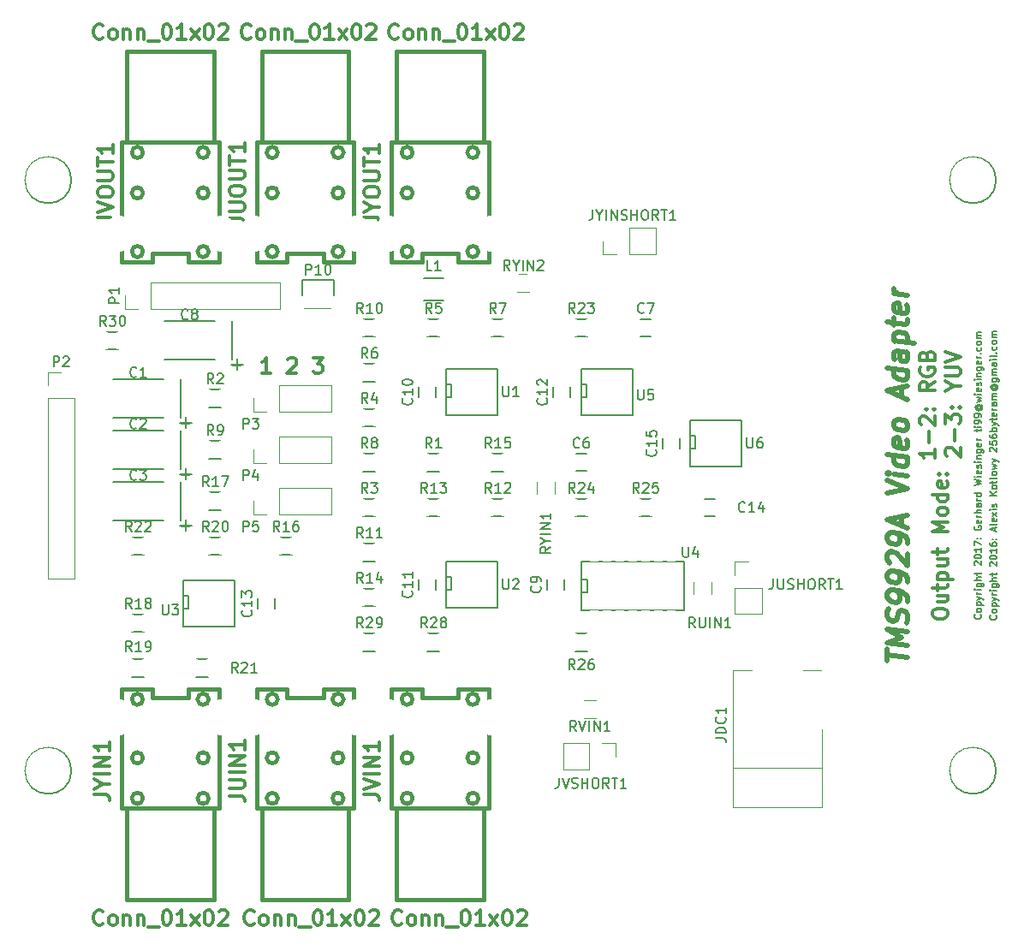
<source format=gto>
%TF.GenerationSoftware,KiCad,Pcbnew,4.0.7*%
%TF.CreationDate,2017-09-17T22:44:10+02:00*%
%TF.ProjectId,TMS9929_RGB_Adapter,544D53393932395F5247425F41646170,0*%
%TF.FileFunction,Legend,Top*%
%FSLAX46Y46*%
G04 Gerber Fmt 4.6, Leading zero omitted, Abs format (unit mm)*
G04 Created by KiCad (PCBNEW 4.0.7) date 09/17/17 22:44:10*
%MOMM*%
%LPD*%
G01*
G04 APERTURE LIST*
%ADD10C,0.101600*%
%ADD11C,0.136364*%
%ADD12C,0.500000*%
%ADD13C,0.300000*%
%ADD14C,0.150000*%
%ADD15C,0.381000*%
%ADD16C,0.120000*%
%ADD17C,0.304800*%
%ADD18R,0.908000X1.543000*%
%ADD19C,4.464000*%
%ADD20R,1.900000X1.650000*%
%ADD21R,1.650000X1.900000*%
%ADD22R,1.900000X1.700000*%
%ADD23R,2.635200X2.635200*%
%ADD24R,3.549600X2.200860*%
%ADD25R,2.400000X2.100000*%
%ADD26O,2.400000X3.600000*%
%ADD27O,3.600000X2.400000*%
%ADD28O,2.398980X3.597860*%
%ADD29O,3.597860X2.398980*%
%ADD30R,1.700000X1.900000*%
%ADD31R,2.100000X2.100000*%
%ADD32O,2.100000X2.100000*%
%ADD33C,5.200000*%
G04 APERTURE END LIST*
D10*
D11*
X96001506Y19253774D02*
X96033974Y19221306D01*
X96066441Y19123904D01*
X96066441Y19058969D01*
X96033974Y18961566D01*
X95969039Y18896631D01*
X95904104Y18864164D01*
X95774234Y18831696D01*
X95676831Y18831696D01*
X95546961Y18864164D01*
X95482026Y18896631D01*
X95417091Y18961566D01*
X95384623Y19058969D01*
X95384623Y19123904D01*
X95417091Y19221306D01*
X95449559Y19253774D01*
X96066441Y19643384D02*
X96033974Y19578449D01*
X96001506Y19545982D01*
X95936571Y19513514D01*
X95741766Y19513514D01*
X95676831Y19545982D01*
X95644364Y19578449D01*
X95611896Y19643384D01*
X95611896Y19740787D01*
X95644364Y19805722D01*
X95676831Y19838189D01*
X95741766Y19870657D01*
X95936571Y19870657D01*
X96001506Y19838189D01*
X96033974Y19805722D01*
X96066441Y19740787D01*
X96066441Y19643384D01*
X95611896Y20162865D02*
X96293714Y20162865D01*
X95644364Y20162865D02*
X95611896Y20227800D01*
X95611896Y20357670D01*
X95644364Y20422605D01*
X95676831Y20455072D01*
X95741766Y20487540D01*
X95936571Y20487540D01*
X96001506Y20455072D01*
X96033974Y20422605D01*
X96066441Y20357670D01*
X96066441Y20227800D01*
X96033974Y20162865D01*
X95611896Y20714813D02*
X96066441Y20877150D01*
X95611896Y21039488D02*
X96066441Y20877150D01*
X96228779Y20812215D01*
X96261247Y20779748D01*
X96293714Y20714813D01*
X96066441Y21299228D02*
X95611896Y21299228D01*
X95741766Y21299228D02*
X95676831Y21331695D01*
X95644364Y21364163D01*
X95611896Y21429098D01*
X95611896Y21494033D01*
X96066441Y21721306D02*
X95611896Y21721306D01*
X95384623Y21721306D02*
X95417091Y21688838D01*
X95449559Y21721306D01*
X95417091Y21753773D01*
X95384623Y21721306D01*
X95449559Y21721306D01*
X95611896Y22338188D02*
X96163844Y22338188D01*
X96228779Y22305721D01*
X96261247Y22273253D01*
X96293714Y22208318D01*
X96293714Y22110916D01*
X96261247Y22045981D01*
X96033974Y22338188D02*
X96066441Y22273253D01*
X96066441Y22143383D01*
X96033974Y22078448D01*
X96001506Y22045981D01*
X95936571Y22013513D01*
X95741766Y22013513D01*
X95676831Y22045981D01*
X95644364Y22078448D01*
X95611896Y22143383D01*
X95611896Y22273253D01*
X95644364Y22338188D01*
X96066441Y22662864D02*
X95384623Y22662864D01*
X96066441Y22955071D02*
X95709299Y22955071D01*
X95644364Y22922604D01*
X95611896Y22857669D01*
X95611896Y22760266D01*
X95644364Y22695331D01*
X95676831Y22662864D01*
X95611896Y23182344D02*
X95611896Y23442084D01*
X95384623Y23279747D02*
X95969039Y23279747D01*
X96033974Y23312214D01*
X96066441Y23377149D01*
X96066441Y23442084D01*
X95449559Y24156369D02*
X95417091Y24188837D01*
X95384623Y24253772D01*
X95384623Y24416109D01*
X95417091Y24481044D01*
X95449559Y24513512D01*
X95514494Y24545979D01*
X95579429Y24545979D01*
X95676831Y24513512D01*
X96066441Y24123902D01*
X96066441Y24545979D01*
X95384623Y24968057D02*
X95384623Y25032992D01*
X95417091Y25097927D01*
X95449559Y25130394D01*
X95514494Y25162862D01*
X95644364Y25195329D01*
X95806701Y25195329D01*
X95936571Y25162862D01*
X96001506Y25130394D01*
X96033974Y25097927D01*
X96066441Y25032992D01*
X96066441Y24968057D01*
X96033974Y24903122D01*
X96001506Y24870654D01*
X95936571Y24838187D01*
X95806701Y24805719D01*
X95644364Y24805719D01*
X95514494Y24838187D01*
X95449559Y24870654D01*
X95417091Y24903122D01*
X95384623Y24968057D01*
X96066441Y25844679D02*
X96066441Y25455069D01*
X96066441Y25649874D02*
X95384623Y25649874D01*
X95482026Y25584939D01*
X95546961Y25520004D01*
X95579429Y25455069D01*
X95384623Y26071952D02*
X95384623Y26526497D01*
X96066441Y26234289D01*
X96001506Y26786237D02*
X96033974Y26818704D01*
X96066441Y26786237D01*
X96033974Y26753769D01*
X96001506Y26786237D01*
X96066441Y26786237D01*
X95644364Y26786237D02*
X95676831Y26818704D01*
X95709299Y26786237D01*
X95676831Y26753769D01*
X95644364Y26786237D01*
X95709299Y26786237D01*
X95417091Y27987534D02*
X95384623Y27922599D01*
X95384623Y27825197D01*
X95417091Y27727794D01*
X95482026Y27662859D01*
X95546961Y27630392D01*
X95676831Y27597924D01*
X95774234Y27597924D01*
X95904104Y27630392D01*
X95969039Y27662859D01*
X96033974Y27727794D01*
X96066441Y27825197D01*
X96066441Y27890132D01*
X96033974Y27987534D01*
X96001506Y28020002D01*
X95774234Y28020002D01*
X95774234Y27890132D01*
X96033974Y28571950D02*
X96066441Y28507015D01*
X96066441Y28377145D01*
X96033974Y28312210D01*
X95969039Y28279742D01*
X95709299Y28279742D01*
X95644364Y28312210D01*
X95611896Y28377145D01*
X95611896Y28507015D01*
X95644364Y28571950D01*
X95709299Y28604417D01*
X95774234Y28604417D01*
X95839169Y28279742D01*
X96066441Y28896625D02*
X95611896Y28896625D01*
X95741766Y28896625D02*
X95676831Y28929092D01*
X95644364Y28961560D01*
X95611896Y29026495D01*
X95611896Y29091430D01*
X96066441Y29318703D02*
X95384623Y29318703D01*
X96066441Y29610910D02*
X95709299Y29610910D01*
X95644364Y29578443D01*
X95611896Y29513508D01*
X95611896Y29416105D01*
X95644364Y29351170D01*
X95676831Y29318703D01*
X96066441Y30227793D02*
X95709299Y30227793D01*
X95644364Y30195326D01*
X95611896Y30130391D01*
X95611896Y30000521D01*
X95644364Y29935586D01*
X96033974Y30227793D02*
X96066441Y30162858D01*
X96066441Y30000521D01*
X96033974Y29935586D01*
X95969039Y29903118D01*
X95904104Y29903118D01*
X95839169Y29935586D01*
X95806701Y30000521D01*
X95806701Y30162858D01*
X95774234Y30227793D01*
X96066441Y30552469D02*
X95611896Y30552469D01*
X95741766Y30552469D02*
X95676831Y30584936D01*
X95644364Y30617404D01*
X95611896Y30682339D01*
X95611896Y30747274D01*
X96066441Y31266754D02*
X95384623Y31266754D01*
X96033974Y31266754D02*
X96066441Y31201819D01*
X96066441Y31071949D01*
X96033974Y31007014D01*
X96001506Y30974547D01*
X95936571Y30942079D01*
X95741766Y30942079D01*
X95676831Y30974547D01*
X95644364Y31007014D01*
X95611896Y31071949D01*
X95611896Y31201819D01*
X95644364Y31266754D01*
X95384623Y32045975D02*
X96066441Y32208312D01*
X95579429Y32338182D01*
X96066441Y32468052D01*
X95384623Y32630390D01*
X96066441Y32890131D02*
X95611896Y32890131D01*
X95384623Y32890131D02*
X95417091Y32857663D01*
X95449559Y32890131D01*
X95417091Y32922598D01*
X95384623Y32890131D01*
X95449559Y32890131D01*
X96033974Y33474546D02*
X96066441Y33409611D01*
X96066441Y33279741D01*
X96033974Y33214806D01*
X95969039Y33182338D01*
X95709299Y33182338D01*
X95644364Y33214806D01*
X95611896Y33279741D01*
X95611896Y33409611D01*
X95644364Y33474546D01*
X95709299Y33507013D01*
X95774234Y33507013D01*
X95839169Y33182338D01*
X96033974Y33766753D02*
X96066441Y33831688D01*
X96066441Y33961558D01*
X96033974Y34026493D01*
X95969039Y34058961D01*
X95936571Y34058961D01*
X95871636Y34026493D01*
X95839169Y33961558D01*
X95839169Y33864156D01*
X95806701Y33799221D01*
X95741766Y33766753D01*
X95709299Y33766753D01*
X95644364Y33799221D01*
X95611896Y33864156D01*
X95611896Y33961558D01*
X95644364Y34026493D01*
X96066441Y34351169D02*
X95611896Y34351169D01*
X95384623Y34351169D02*
X95417091Y34318701D01*
X95449559Y34351169D01*
X95417091Y34383636D01*
X95384623Y34351169D01*
X95449559Y34351169D01*
X95611896Y34675844D02*
X96066441Y34675844D01*
X95676831Y34675844D02*
X95644364Y34708311D01*
X95611896Y34773246D01*
X95611896Y34870649D01*
X95644364Y34935584D01*
X95709299Y34968051D01*
X96066441Y34968051D01*
X95611896Y35584934D02*
X96163844Y35584934D01*
X96228779Y35552467D01*
X96261247Y35519999D01*
X96293714Y35455064D01*
X96293714Y35357662D01*
X96261247Y35292727D01*
X96033974Y35584934D02*
X96066441Y35519999D01*
X96066441Y35390129D01*
X96033974Y35325194D01*
X96001506Y35292727D01*
X95936571Y35260259D01*
X95741766Y35260259D01*
X95676831Y35292727D01*
X95644364Y35325194D01*
X95611896Y35390129D01*
X95611896Y35519999D01*
X95644364Y35584934D01*
X96033974Y36169350D02*
X96066441Y36104415D01*
X96066441Y35974545D01*
X96033974Y35909610D01*
X95969039Y35877142D01*
X95709299Y35877142D01*
X95644364Y35909610D01*
X95611896Y35974545D01*
X95611896Y36104415D01*
X95644364Y36169350D01*
X95709299Y36201817D01*
X95774234Y36201817D01*
X95839169Y35877142D01*
X96066441Y36494025D02*
X95611896Y36494025D01*
X95741766Y36494025D02*
X95676831Y36526492D01*
X95644364Y36558960D01*
X95611896Y36623895D01*
X95611896Y36688830D01*
X95611896Y37338180D02*
X95611896Y37597920D01*
X95384623Y37435583D02*
X95969039Y37435583D01*
X96033974Y37468050D01*
X96066441Y37532985D01*
X96066441Y37597920D01*
X96066441Y37825193D02*
X95611896Y37825193D01*
X95384623Y37825193D02*
X95417091Y37792725D01*
X95449559Y37825193D01*
X95417091Y37857660D01*
X95384623Y37825193D01*
X95449559Y37825193D01*
X96066441Y38182335D02*
X96066441Y38312205D01*
X96033974Y38377140D01*
X96001506Y38409608D01*
X95904104Y38474543D01*
X95774234Y38507010D01*
X95514494Y38507010D01*
X95449559Y38474543D01*
X95417091Y38442075D01*
X95384623Y38377140D01*
X95384623Y38247270D01*
X95417091Y38182335D01*
X95449559Y38149868D01*
X95514494Y38117400D01*
X95676831Y38117400D01*
X95741766Y38149868D01*
X95774234Y38182335D01*
X95806701Y38247270D01*
X95806701Y38377140D01*
X95774234Y38442075D01*
X95741766Y38474543D01*
X95676831Y38507010D01*
X96066441Y38831685D02*
X96066441Y38961555D01*
X96033974Y39026490D01*
X96001506Y39058958D01*
X95904104Y39123893D01*
X95774234Y39156360D01*
X95514494Y39156360D01*
X95449559Y39123893D01*
X95417091Y39091425D01*
X95384623Y39026490D01*
X95384623Y38896620D01*
X95417091Y38831685D01*
X95449559Y38799218D01*
X95514494Y38766750D01*
X95676831Y38766750D01*
X95741766Y38799218D01*
X95774234Y38831685D01*
X95806701Y38896620D01*
X95806701Y39026490D01*
X95774234Y39091425D01*
X95741766Y39123893D01*
X95676831Y39156360D01*
X95741766Y39870645D02*
X95709299Y39838178D01*
X95676831Y39773243D01*
X95676831Y39708308D01*
X95709299Y39643373D01*
X95741766Y39610905D01*
X95806701Y39578438D01*
X95871636Y39578438D01*
X95936571Y39610905D01*
X95969039Y39643373D01*
X96001506Y39708308D01*
X96001506Y39773243D01*
X95969039Y39838178D01*
X95936571Y39870645D01*
X95676831Y39870645D02*
X95936571Y39870645D01*
X95969039Y39903113D01*
X95969039Y39935580D01*
X95936571Y40000516D01*
X95871636Y40032983D01*
X95709299Y40032983D01*
X95611896Y39968048D01*
X95546961Y39870645D01*
X95514494Y39740775D01*
X95546961Y39610905D01*
X95611896Y39513503D01*
X95709299Y39448568D01*
X95839169Y39416100D01*
X95969039Y39448568D01*
X96066441Y39513503D01*
X96131377Y39610905D01*
X96163844Y39740775D01*
X96131377Y39870645D01*
X96066441Y39968048D01*
X95611896Y40260256D02*
X96066441Y40390126D01*
X95741766Y40519996D01*
X96066441Y40649866D01*
X95611896Y40779736D01*
X96066441Y41039477D02*
X95611896Y41039477D01*
X95384623Y41039477D02*
X95417091Y41007009D01*
X95449559Y41039477D01*
X95417091Y41071944D01*
X95384623Y41039477D01*
X95449559Y41039477D01*
X96033974Y41623892D02*
X96066441Y41558957D01*
X96066441Y41429087D01*
X96033974Y41364152D01*
X95969039Y41331684D01*
X95709299Y41331684D01*
X95644364Y41364152D01*
X95611896Y41429087D01*
X95611896Y41558957D01*
X95644364Y41623892D01*
X95709299Y41656359D01*
X95774234Y41656359D01*
X95839169Y41331684D01*
X96033974Y41916099D02*
X96066441Y41981034D01*
X96066441Y42110904D01*
X96033974Y42175839D01*
X95969039Y42208307D01*
X95936571Y42208307D01*
X95871636Y42175839D01*
X95839169Y42110904D01*
X95839169Y42013502D01*
X95806701Y41948567D01*
X95741766Y41916099D01*
X95709299Y41916099D01*
X95644364Y41948567D01*
X95611896Y42013502D01*
X95611896Y42110904D01*
X95644364Y42175839D01*
X96066441Y42500515D02*
X95611896Y42500515D01*
X95384623Y42500515D02*
X95417091Y42468047D01*
X95449559Y42500515D01*
X95417091Y42532982D01*
X95384623Y42500515D01*
X95449559Y42500515D01*
X95611896Y42825190D02*
X96066441Y42825190D01*
X95676831Y42825190D02*
X95644364Y42857657D01*
X95611896Y42922592D01*
X95611896Y43019995D01*
X95644364Y43084930D01*
X95709299Y43117397D01*
X96066441Y43117397D01*
X95611896Y43734280D02*
X96163844Y43734280D01*
X96228779Y43701813D01*
X96261247Y43669345D01*
X96293714Y43604410D01*
X96293714Y43507008D01*
X96261247Y43442073D01*
X96033974Y43734280D02*
X96066441Y43669345D01*
X96066441Y43539475D01*
X96033974Y43474540D01*
X96001506Y43442073D01*
X95936571Y43409605D01*
X95741766Y43409605D01*
X95676831Y43442073D01*
X95644364Y43474540D01*
X95611896Y43539475D01*
X95611896Y43669345D01*
X95644364Y43734280D01*
X96033974Y44318696D02*
X96066441Y44253761D01*
X96066441Y44123891D01*
X96033974Y44058956D01*
X95969039Y44026488D01*
X95709299Y44026488D01*
X95644364Y44058956D01*
X95611896Y44123891D01*
X95611896Y44253761D01*
X95644364Y44318696D01*
X95709299Y44351163D01*
X95774234Y44351163D01*
X95839169Y44026488D01*
X96066441Y44643371D02*
X95611896Y44643371D01*
X95741766Y44643371D02*
X95676831Y44675838D01*
X95644364Y44708306D01*
X95611896Y44773241D01*
X95611896Y44838176D01*
X96001506Y45065449D02*
X96033974Y45097916D01*
X96066441Y45065449D01*
X96033974Y45032981D01*
X96001506Y45065449D01*
X96066441Y45065449D01*
X96033974Y45682331D02*
X96066441Y45617396D01*
X96066441Y45487526D01*
X96033974Y45422591D01*
X96001506Y45390124D01*
X95936571Y45357656D01*
X95741766Y45357656D01*
X95676831Y45390124D01*
X95644364Y45422591D01*
X95611896Y45487526D01*
X95611896Y45617396D01*
X95644364Y45682331D01*
X96066441Y46071941D02*
X96033974Y46007006D01*
X96001506Y45974539D01*
X95936571Y45942071D01*
X95741766Y45942071D01*
X95676831Y45974539D01*
X95644364Y46007006D01*
X95611896Y46071941D01*
X95611896Y46169344D01*
X95644364Y46234279D01*
X95676831Y46266746D01*
X95741766Y46299214D01*
X95936571Y46299214D01*
X96001506Y46266746D01*
X96033974Y46234279D01*
X96066441Y46169344D01*
X96066441Y46071941D01*
X96066441Y46591422D02*
X95611896Y46591422D01*
X95676831Y46591422D02*
X95644364Y46623889D01*
X95611896Y46688824D01*
X95611896Y46786227D01*
X95644364Y46851162D01*
X95709299Y46883629D01*
X96066441Y46883629D01*
X95709299Y46883629D02*
X95644364Y46916097D01*
X95611896Y46981032D01*
X95611896Y47078434D01*
X95644364Y47143370D01*
X95709299Y47175837D01*
X96066441Y47175837D01*
D12*
X86788762Y14680713D02*
X86788762Y15823570D01*
X88788762Y15002142D02*
X86788762Y15252142D01*
X88788762Y16240237D02*
X86788762Y16490237D01*
X88217333Y16978332D01*
X86788762Y17823571D01*
X88788762Y17573571D01*
X88693524Y18442618D02*
X88788762Y18716428D01*
X88788762Y19192618D01*
X88693524Y19394999D01*
X88598286Y19502141D01*
X88407810Y19621190D01*
X88217333Y19644999D01*
X88026857Y19573570D01*
X87931619Y19490237D01*
X87836381Y19311665D01*
X87741143Y18942618D01*
X87645905Y18764047D01*
X87550667Y18680713D01*
X87360190Y18609284D01*
X87169714Y18633094D01*
X86979238Y18752141D01*
X86884000Y18859285D01*
X86788762Y19061666D01*
X86788762Y19537856D01*
X86884000Y19811666D01*
X88788762Y20525952D02*
X88788762Y20906904D01*
X88693524Y21109285D01*
X88598286Y21216427D01*
X88312571Y21442618D01*
X87931619Y21585476D01*
X87169714Y21680714D01*
X86979238Y21609284D01*
X86884000Y21525951D01*
X86788762Y21347380D01*
X86788762Y20966428D01*
X86884000Y20764047D01*
X86979238Y20656903D01*
X87169714Y20537856D01*
X87645905Y20478332D01*
X87836381Y20549760D01*
X87931619Y20633095D01*
X88026857Y20811666D01*
X88026857Y21192618D01*
X87931619Y21394999D01*
X87836381Y21502141D01*
X87645905Y21621190D01*
X88788762Y22430714D02*
X88788762Y22811666D01*
X88693524Y23014047D01*
X88598286Y23121189D01*
X88312571Y23347380D01*
X87931619Y23490238D01*
X87169714Y23585476D01*
X86979238Y23514046D01*
X86884000Y23430713D01*
X86788762Y23252142D01*
X86788762Y22871190D01*
X86884000Y22668809D01*
X86979238Y22561665D01*
X87169714Y22442618D01*
X87645905Y22383094D01*
X87836381Y22454522D01*
X87931619Y22537857D01*
X88026857Y22716428D01*
X88026857Y23097380D01*
X87931619Y23299761D01*
X87836381Y23406903D01*
X87645905Y23525952D01*
X86979238Y24371189D02*
X86884000Y24478332D01*
X86788762Y24680714D01*
X86788762Y25156904D01*
X86884000Y25335475D01*
X86979238Y25418808D01*
X87169714Y25490238D01*
X87360190Y25466428D01*
X87645905Y25335475D01*
X88788762Y24049761D01*
X88788762Y25287857D01*
X88788762Y26240238D02*
X88788762Y26621190D01*
X88693524Y26823571D01*
X88598286Y26930713D01*
X88312571Y27156904D01*
X87931619Y27299762D01*
X87169714Y27395000D01*
X86979238Y27323570D01*
X86884000Y27240237D01*
X86788762Y27061666D01*
X86788762Y26680714D01*
X86884000Y26478333D01*
X86979238Y26371189D01*
X87169714Y26252142D01*
X87645905Y26192618D01*
X87836381Y26264046D01*
X87931619Y26347381D01*
X88026857Y26525952D01*
X88026857Y26906904D01*
X87931619Y27109285D01*
X87836381Y27216427D01*
X87645905Y27335476D01*
X88217333Y28025951D02*
X88217333Y28978332D01*
X88788762Y27764047D02*
X86788762Y28680714D01*
X88788762Y29097381D01*
X86788762Y31252143D02*
X88788762Y31668810D01*
X86788762Y32585477D01*
X88788762Y33002143D02*
X87455429Y33168809D01*
X86788762Y33252143D02*
X86884000Y33145000D01*
X86979238Y33228333D01*
X86884000Y33335477D01*
X86788762Y33252143D01*
X86979238Y33228333D01*
X88788762Y34811667D02*
X86788762Y35061667D01*
X88693524Y34823572D02*
X88788762Y34621191D01*
X88788762Y34240239D01*
X88693524Y34061668D01*
X88598286Y33978333D01*
X88407810Y33906905D01*
X87836381Y33978333D01*
X87645905Y34097381D01*
X87550667Y34204525D01*
X87455429Y34406905D01*
X87455429Y34787857D01*
X87550667Y34966429D01*
X88693524Y36537858D02*
X88788762Y36335477D01*
X88788762Y35954525D01*
X88693524Y35775953D01*
X88503048Y35704524D01*
X87741143Y35799762D01*
X87550667Y35918810D01*
X87455429Y36121191D01*
X87455429Y36502143D01*
X87550667Y36680715D01*
X87741143Y36752143D01*
X87931619Y36728334D01*
X88122095Y35752143D01*
X88788762Y37764049D02*
X88693524Y37585478D01*
X88598286Y37502143D01*
X88407810Y37430715D01*
X87836381Y37502143D01*
X87645905Y37621191D01*
X87550667Y37728335D01*
X87455429Y37930715D01*
X87455429Y38216429D01*
X87550667Y38395001D01*
X87645905Y38478334D01*
X87836381Y38549762D01*
X88407810Y38478334D01*
X88598286Y38359286D01*
X88693524Y38252144D01*
X88788762Y38049763D01*
X88788762Y37764049D01*
X88217333Y40787858D02*
X88217333Y41740239D01*
X88788762Y40525954D02*
X86788762Y41442621D01*
X88788762Y41859288D01*
X88788762Y43383097D02*
X86788762Y43633097D01*
X88693524Y43395002D02*
X88788762Y43192621D01*
X88788762Y42811669D01*
X88693524Y42633098D01*
X88598286Y42549763D01*
X88407810Y42478335D01*
X87836381Y42549763D01*
X87645905Y42668811D01*
X87550667Y42775955D01*
X87455429Y42978335D01*
X87455429Y43359287D01*
X87550667Y43537859D01*
X88788762Y45192621D02*
X87741143Y45323573D01*
X87550667Y45252145D01*
X87455429Y45073573D01*
X87455429Y44692621D01*
X87550667Y44490240D01*
X88693524Y45204526D02*
X88788762Y45002145D01*
X88788762Y44525955D01*
X88693524Y44347383D01*
X88503048Y44275954D01*
X88312571Y44299764D01*
X88122095Y44418811D01*
X88026857Y44621193D01*
X88026857Y45097383D01*
X87931619Y45299764D01*
X87455429Y46311668D02*
X89455429Y46061668D01*
X87550667Y46299764D02*
X87455429Y46502145D01*
X87455429Y46883097D01*
X87550667Y47061669D01*
X87645905Y47145002D01*
X87836381Y47216430D01*
X88407810Y47145002D01*
X88598286Y47025954D01*
X88693524Y46918812D01*
X88788762Y46716431D01*
X88788762Y46335479D01*
X88693524Y46156907D01*
X87455429Y47835478D02*
X87455429Y48597383D01*
X86788762Y48204526D02*
X88503048Y47990240D01*
X88693524Y48061670D01*
X88788762Y48240241D01*
X88788762Y48430717D01*
X88693524Y49871193D02*
X88788762Y49668812D01*
X88788762Y49287860D01*
X88693524Y49109288D01*
X88503048Y49037859D01*
X87741143Y49133097D01*
X87550667Y49252145D01*
X87455429Y49454526D01*
X87455429Y49835478D01*
X87550667Y50014050D01*
X87741143Y50085478D01*
X87931619Y50061669D01*
X88122095Y49085478D01*
X88788762Y50811669D02*
X87455429Y50978335D01*
X87836381Y50930716D02*
X87645905Y51049765D01*
X87550667Y51156908D01*
X87455429Y51359288D01*
X87455429Y51549764D01*
D13*
X91253571Y19213571D02*
X91253571Y19499285D01*
X91325000Y19642143D01*
X91467857Y19785000D01*
X91753571Y19856428D01*
X92253571Y19856428D01*
X92539286Y19785000D01*
X92682143Y19642143D01*
X92753571Y19499285D01*
X92753571Y19213571D01*
X92682143Y19070714D01*
X92539286Y18927857D01*
X92253571Y18856428D01*
X91753571Y18856428D01*
X91467857Y18927857D01*
X91325000Y19070714D01*
X91253571Y19213571D01*
X91753571Y21142143D02*
X92753571Y21142143D01*
X91753571Y20499286D02*
X92539286Y20499286D01*
X92682143Y20570714D01*
X92753571Y20713572D01*
X92753571Y20927857D01*
X92682143Y21070714D01*
X92610714Y21142143D01*
X91753571Y21642143D02*
X91753571Y22213572D01*
X91253571Y21856429D02*
X92539286Y21856429D01*
X92682143Y21927857D01*
X92753571Y22070715D01*
X92753571Y22213572D01*
X91753571Y22713572D02*
X93253571Y22713572D01*
X91825000Y22713572D02*
X91753571Y22856429D01*
X91753571Y23142143D01*
X91825000Y23285000D01*
X91896429Y23356429D01*
X92039286Y23427858D01*
X92467857Y23427858D01*
X92610714Y23356429D01*
X92682143Y23285000D01*
X92753571Y23142143D01*
X92753571Y22856429D01*
X92682143Y22713572D01*
X91753571Y24713572D02*
X92753571Y24713572D01*
X91753571Y24070715D02*
X92539286Y24070715D01*
X92682143Y24142143D01*
X92753571Y24285001D01*
X92753571Y24499286D01*
X92682143Y24642143D01*
X92610714Y24713572D01*
X91753571Y25213572D02*
X91753571Y25785001D01*
X91253571Y25427858D02*
X92539286Y25427858D01*
X92682143Y25499286D01*
X92753571Y25642144D01*
X92753571Y25785001D01*
X92753571Y27427858D02*
X91253571Y27427858D01*
X92325000Y27927858D01*
X91253571Y28427858D01*
X92753571Y28427858D01*
X92753571Y29356430D02*
X92682143Y29213572D01*
X92610714Y29142144D01*
X92467857Y29070715D01*
X92039286Y29070715D01*
X91896429Y29142144D01*
X91825000Y29213572D01*
X91753571Y29356430D01*
X91753571Y29570715D01*
X91825000Y29713572D01*
X91896429Y29785001D01*
X92039286Y29856430D01*
X92467857Y29856430D01*
X92610714Y29785001D01*
X92682143Y29713572D01*
X92753571Y29570715D01*
X92753571Y29356430D01*
X92753571Y31142144D02*
X91253571Y31142144D01*
X92682143Y31142144D02*
X92753571Y30999287D01*
X92753571Y30713573D01*
X92682143Y30570715D01*
X92610714Y30499287D01*
X92467857Y30427858D01*
X92039286Y30427858D01*
X91896429Y30499287D01*
X91825000Y30570715D01*
X91753571Y30713573D01*
X91753571Y30999287D01*
X91825000Y31142144D01*
X92682143Y32427858D02*
X92753571Y32285001D01*
X92753571Y31999287D01*
X92682143Y31856430D01*
X92539286Y31785001D01*
X91967857Y31785001D01*
X91825000Y31856430D01*
X91753571Y31999287D01*
X91753571Y32285001D01*
X91825000Y32427858D01*
X91967857Y32499287D01*
X92110714Y32499287D01*
X92253571Y31785001D01*
X92610714Y33142144D02*
X92682143Y33213572D01*
X92753571Y33142144D01*
X92682143Y33070715D01*
X92610714Y33142144D01*
X92753571Y33142144D01*
X91825000Y33142144D02*
X91896429Y33213572D01*
X91967857Y33142144D01*
X91896429Y33070715D01*
X91825000Y33142144D01*
X91967857Y33142144D01*
X91478571Y35612143D02*
X91478571Y34755000D01*
X91478571Y35183572D02*
X89978571Y35183572D01*
X90192857Y35040715D01*
X90335714Y34897857D01*
X90407143Y34755000D01*
X90907143Y36255000D02*
X90907143Y37397857D01*
X90121429Y38040714D02*
X90050000Y38112143D01*
X89978571Y38255000D01*
X89978571Y38612143D01*
X90050000Y38755000D01*
X90121429Y38826429D01*
X90264286Y38897857D01*
X90407143Y38897857D01*
X90621429Y38826429D01*
X91478571Y37969286D01*
X91478571Y38897857D01*
X91335714Y39540714D02*
X91407143Y39612142D01*
X91478571Y39540714D01*
X91407143Y39469285D01*
X91335714Y39540714D01*
X91478571Y39540714D01*
X90550000Y39540714D02*
X90621429Y39612142D01*
X90692857Y39540714D01*
X90621429Y39469285D01*
X90550000Y39540714D01*
X90692857Y39540714D01*
X91478571Y42255000D02*
X90764286Y41755000D01*
X91478571Y41397857D02*
X89978571Y41397857D01*
X89978571Y41969285D01*
X90050000Y42112143D01*
X90121429Y42183571D01*
X90264286Y42255000D01*
X90478571Y42255000D01*
X90621429Y42183571D01*
X90692857Y42112143D01*
X90764286Y41969285D01*
X90764286Y41397857D01*
X90050000Y43683571D02*
X89978571Y43540714D01*
X89978571Y43326428D01*
X90050000Y43112143D01*
X90192857Y42969285D01*
X90335714Y42897857D01*
X90621429Y42826428D01*
X90835714Y42826428D01*
X91121429Y42897857D01*
X91264286Y42969285D01*
X91407143Y43112143D01*
X91478571Y43326428D01*
X91478571Y43469285D01*
X91407143Y43683571D01*
X91335714Y43755000D01*
X90835714Y43755000D01*
X90835714Y43469285D01*
X90692857Y44897857D02*
X90764286Y45112143D01*
X90835714Y45183571D01*
X90978571Y45255000D01*
X91192857Y45255000D01*
X91335714Y45183571D01*
X91407143Y45112143D01*
X91478571Y44969285D01*
X91478571Y44397857D01*
X89978571Y44397857D01*
X89978571Y44897857D01*
X90050000Y45040714D01*
X90121429Y45112143D01*
X90264286Y45183571D01*
X90407143Y45183571D01*
X90550000Y45112143D01*
X90621429Y45040714D01*
X90692857Y44897857D01*
X90692857Y44397857D01*
X92671429Y34933572D02*
X92600000Y35005001D01*
X92528571Y35147858D01*
X92528571Y35505001D01*
X92600000Y35647858D01*
X92671429Y35719287D01*
X92814286Y35790715D01*
X92957143Y35790715D01*
X93171429Y35719287D01*
X94028571Y34862144D01*
X94028571Y35790715D01*
X93457143Y36433572D02*
X93457143Y37576429D01*
X92528571Y38147858D02*
X92528571Y39076429D01*
X93100000Y38576429D01*
X93100000Y38790715D01*
X93171429Y38933572D01*
X93242857Y39005001D01*
X93385714Y39076429D01*
X93742857Y39076429D01*
X93885714Y39005001D01*
X93957143Y38933572D01*
X94028571Y38790715D01*
X94028571Y38362143D01*
X93957143Y38219286D01*
X93885714Y38147858D01*
X93885714Y39719286D02*
X93957143Y39790714D01*
X94028571Y39719286D01*
X93957143Y39647857D01*
X93885714Y39719286D01*
X94028571Y39719286D01*
X93100000Y39719286D02*
X93171429Y39790714D01*
X93242857Y39719286D01*
X93171429Y39647857D01*
X93100000Y39719286D01*
X93242857Y39719286D01*
X93314286Y41862143D02*
X94028571Y41862143D01*
X92528571Y41362143D02*
X93314286Y41862143D01*
X92528571Y42362143D01*
X92528571Y42862143D02*
X93742857Y42862143D01*
X93885714Y42933571D01*
X93957143Y43005000D01*
X94028571Y43147857D01*
X94028571Y43433571D01*
X93957143Y43576429D01*
X93885714Y43647857D01*
X93742857Y43719286D01*
X92528571Y43719286D01*
X92528571Y44219286D02*
X94028571Y44719286D01*
X92528571Y45219286D01*
X25797144Y43136429D02*
X24940001Y43136429D01*
X25368573Y43136429D02*
X25368573Y44636429D01*
X25225716Y44422143D01*
X25082858Y44279286D01*
X24940001Y44207857D01*
X27511429Y44493571D02*
X27582858Y44565000D01*
X27725715Y44636429D01*
X28082858Y44636429D01*
X28225715Y44565000D01*
X28297144Y44493571D01*
X28368572Y44350714D01*
X28368572Y44207857D01*
X28297144Y43993571D01*
X27440001Y43136429D01*
X28368572Y43136429D01*
X30011429Y44636429D02*
X30940000Y44636429D01*
X30440000Y44065000D01*
X30654286Y44065000D01*
X30797143Y43993571D01*
X30868572Y43922143D01*
X30940000Y43779286D01*
X30940000Y43422143D01*
X30868572Y43279286D01*
X30797143Y43207857D01*
X30654286Y43136429D01*
X30225714Y43136429D01*
X30082857Y43207857D01*
X30011429Y43279286D01*
D11*
X97525506Y19172605D02*
X97557974Y19140137D01*
X97590441Y19042735D01*
X97590441Y18977800D01*
X97557974Y18880397D01*
X97493039Y18815462D01*
X97428104Y18782995D01*
X97298234Y18750527D01*
X97200831Y18750527D01*
X97070961Y18782995D01*
X97006026Y18815462D01*
X96941091Y18880397D01*
X96908623Y18977800D01*
X96908623Y19042735D01*
X96941091Y19140137D01*
X96973559Y19172605D01*
X97590441Y19562215D02*
X97557974Y19497280D01*
X97525506Y19464813D01*
X97460571Y19432345D01*
X97265766Y19432345D01*
X97200831Y19464813D01*
X97168364Y19497280D01*
X97135896Y19562215D01*
X97135896Y19659618D01*
X97168364Y19724553D01*
X97200831Y19757020D01*
X97265766Y19789488D01*
X97460571Y19789488D01*
X97525506Y19757020D01*
X97557974Y19724553D01*
X97590441Y19659618D01*
X97590441Y19562215D01*
X97135896Y20081696D02*
X97817714Y20081696D01*
X97168364Y20081696D02*
X97135896Y20146631D01*
X97135896Y20276501D01*
X97168364Y20341436D01*
X97200831Y20373903D01*
X97265766Y20406371D01*
X97460571Y20406371D01*
X97525506Y20373903D01*
X97557974Y20341436D01*
X97590441Y20276501D01*
X97590441Y20146631D01*
X97557974Y20081696D01*
X97135896Y20633644D02*
X97590441Y20795981D01*
X97135896Y20958319D02*
X97590441Y20795981D01*
X97752779Y20731046D01*
X97785247Y20698579D01*
X97817714Y20633644D01*
X97590441Y21218059D02*
X97135896Y21218059D01*
X97265766Y21218059D02*
X97200831Y21250526D01*
X97168364Y21282994D01*
X97135896Y21347929D01*
X97135896Y21412864D01*
X97590441Y21640137D02*
X97135896Y21640137D01*
X96908623Y21640137D02*
X96941091Y21607669D01*
X96973559Y21640137D01*
X96941091Y21672604D01*
X96908623Y21640137D01*
X96973559Y21640137D01*
X97135896Y22257019D02*
X97687844Y22257019D01*
X97752779Y22224552D01*
X97785247Y22192084D01*
X97817714Y22127149D01*
X97817714Y22029747D01*
X97785247Y21964812D01*
X97557974Y22257019D02*
X97590441Y22192084D01*
X97590441Y22062214D01*
X97557974Y21997279D01*
X97525506Y21964812D01*
X97460571Y21932344D01*
X97265766Y21932344D01*
X97200831Y21964812D01*
X97168364Y21997279D01*
X97135896Y22062214D01*
X97135896Y22192084D01*
X97168364Y22257019D01*
X97590441Y22581695D02*
X96908623Y22581695D01*
X97590441Y22873902D02*
X97233299Y22873902D01*
X97168364Y22841435D01*
X97135896Y22776500D01*
X97135896Y22679097D01*
X97168364Y22614162D01*
X97200831Y22581695D01*
X97135896Y23101175D02*
X97135896Y23360915D01*
X96908623Y23198578D02*
X97493039Y23198578D01*
X97557974Y23231045D01*
X97590441Y23295980D01*
X97590441Y23360915D01*
X96973559Y24075200D02*
X96941091Y24107668D01*
X96908623Y24172603D01*
X96908623Y24334940D01*
X96941091Y24399875D01*
X96973559Y24432343D01*
X97038494Y24464810D01*
X97103429Y24464810D01*
X97200831Y24432343D01*
X97590441Y24042733D01*
X97590441Y24464810D01*
X96908623Y24886888D02*
X96908623Y24951823D01*
X96941091Y25016758D01*
X96973559Y25049225D01*
X97038494Y25081693D01*
X97168364Y25114160D01*
X97330701Y25114160D01*
X97460571Y25081693D01*
X97525506Y25049225D01*
X97557974Y25016758D01*
X97590441Y24951823D01*
X97590441Y24886888D01*
X97557974Y24821953D01*
X97525506Y24789485D01*
X97460571Y24757018D01*
X97330701Y24724550D01*
X97168364Y24724550D01*
X97038494Y24757018D01*
X96973559Y24789485D01*
X96941091Y24821953D01*
X96908623Y24886888D01*
X97590441Y25763510D02*
X97590441Y25373900D01*
X97590441Y25568705D02*
X96908623Y25568705D01*
X97006026Y25503770D01*
X97070961Y25438835D01*
X97103429Y25373900D01*
X96908623Y26347925D02*
X96908623Y26218055D01*
X96941091Y26153120D01*
X96973559Y26120653D01*
X97070961Y26055718D01*
X97200831Y26023250D01*
X97460571Y26023250D01*
X97525506Y26055718D01*
X97557974Y26088185D01*
X97590441Y26153120D01*
X97590441Y26282990D01*
X97557974Y26347925D01*
X97525506Y26380393D01*
X97460571Y26412860D01*
X97298234Y26412860D01*
X97233299Y26380393D01*
X97200831Y26347925D01*
X97168364Y26282990D01*
X97168364Y26153120D01*
X97200831Y26088185D01*
X97233299Y26055718D01*
X97298234Y26023250D01*
X97525506Y26705068D02*
X97557974Y26737535D01*
X97590441Y26705068D01*
X97557974Y26672600D01*
X97525506Y26705068D01*
X97590441Y26705068D01*
X97168364Y26705068D02*
X97200831Y26737535D01*
X97233299Y26705068D01*
X97200831Y26672600D01*
X97168364Y26705068D01*
X97233299Y26705068D01*
X97395636Y27516755D02*
X97395636Y27841430D01*
X97590441Y27451820D02*
X96908623Y27679093D01*
X97590441Y27906365D01*
X97590441Y28231040D02*
X97557974Y28166105D01*
X97493039Y28133638D01*
X96908623Y28133638D01*
X97557974Y28750521D02*
X97590441Y28685586D01*
X97590441Y28555716D01*
X97557974Y28490781D01*
X97493039Y28458313D01*
X97233299Y28458313D01*
X97168364Y28490781D01*
X97135896Y28555716D01*
X97135896Y28685586D01*
X97168364Y28750521D01*
X97233299Y28782988D01*
X97298234Y28782988D01*
X97363169Y28458313D01*
X97590441Y29010261D02*
X97135896Y29367403D01*
X97135896Y29010261D02*
X97590441Y29367403D01*
X97590441Y29627144D02*
X97135896Y29627144D01*
X96908623Y29627144D02*
X96941091Y29594676D01*
X96973559Y29627144D01*
X96941091Y29659611D01*
X96908623Y29627144D01*
X96973559Y29627144D01*
X97557974Y29919351D02*
X97590441Y29984286D01*
X97590441Y30114156D01*
X97557974Y30179091D01*
X97493039Y30211559D01*
X97460571Y30211559D01*
X97395636Y30179091D01*
X97363169Y30114156D01*
X97363169Y30016754D01*
X97330701Y29951819D01*
X97265766Y29919351D01*
X97233299Y29919351D01*
X97168364Y29951819D01*
X97135896Y30016754D01*
X97135896Y30114156D01*
X97168364Y30179091D01*
X97590441Y31023247D02*
X96908623Y31023247D01*
X97590441Y31412857D02*
X97200831Y31120649D01*
X96908623Y31412857D02*
X97298234Y31023247D01*
X97590441Y31802467D02*
X97557974Y31737532D01*
X97525506Y31705065D01*
X97460571Y31672597D01*
X97265766Y31672597D01*
X97200831Y31705065D01*
X97168364Y31737532D01*
X97135896Y31802467D01*
X97135896Y31899870D01*
X97168364Y31964805D01*
X97200831Y31997272D01*
X97265766Y32029740D01*
X97460571Y32029740D01*
X97525506Y31997272D01*
X97557974Y31964805D01*
X97590441Y31899870D01*
X97590441Y31802467D01*
X97135896Y32224545D02*
X97135896Y32484285D01*
X96908623Y32321948D02*
X97493039Y32321948D01*
X97557974Y32354415D01*
X97590441Y32419350D01*
X97590441Y32484285D01*
X97590441Y32808960D02*
X97557974Y32744025D01*
X97493039Y32711558D01*
X96908623Y32711558D01*
X97590441Y33166103D02*
X97557974Y33101168D01*
X97525506Y33068701D01*
X97460571Y33036233D01*
X97265766Y33036233D01*
X97200831Y33068701D01*
X97168364Y33101168D01*
X97135896Y33166103D01*
X97135896Y33263506D01*
X97168364Y33328441D01*
X97200831Y33360908D01*
X97265766Y33393376D01*
X97460571Y33393376D01*
X97525506Y33360908D01*
X97557974Y33328441D01*
X97590441Y33263506D01*
X97590441Y33166103D01*
X97135896Y33620649D02*
X97590441Y33750519D01*
X97265766Y33880389D01*
X97590441Y34010259D01*
X97135896Y34140129D01*
X97135896Y34334935D02*
X97590441Y34497272D01*
X97135896Y34659610D02*
X97590441Y34497272D01*
X97752779Y34432337D01*
X97785247Y34399870D01*
X97817714Y34334935D01*
X96973559Y35406362D02*
X96941091Y35438830D01*
X96908623Y35503765D01*
X96908623Y35666102D01*
X96941091Y35731037D01*
X96973559Y35763505D01*
X97038494Y35795972D01*
X97103429Y35795972D01*
X97200831Y35763505D01*
X97590441Y35373895D01*
X97590441Y35795972D01*
X96908623Y36412855D02*
X96908623Y36088180D01*
X97233299Y36055712D01*
X97200831Y36088180D01*
X97168364Y36153115D01*
X97168364Y36315452D01*
X97200831Y36380387D01*
X97233299Y36412855D01*
X97298234Y36445322D01*
X97460571Y36445322D01*
X97525506Y36412855D01*
X97557974Y36380387D01*
X97590441Y36315452D01*
X97590441Y36153115D01*
X97557974Y36088180D01*
X97525506Y36055712D01*
X96908623Y37029737D02*
X96908623Y36899867D01*
X96941091Y36834932D01*
X96973559Y36802465D01*
X97070961Y36737530D01*
X97200831Y36705062D01*
X97460571Y36705062D01*
X97525506Y36737530D01*
X97557974Y36769997D01*
X97590441Y36834932D01*
X97590441Y36964802D01*
X97557974Y37029737D01*
X97525506Y37062205D01*
X97460571Y37094672D01*
X97298234Y37094672D01*
X97233299Y37062205D01*
X97200831Y37029737D01*
X97168364Y36964802D01*
X97168364Y36834932D01*
X97200831Y36769997D01*
X97233299Y36737530D01*
X97298234Y36705062D01*
X97590441Y37386880D02*
X96908623Y37386880D01*
X97168364Y37386880D02*
X97135896Y37451815D01*
X97135896Y37581685D01*
X97168364Y37646620D01*
X97200831Y37679087D01*
X97265766Y37711555D01*
X97460571Y37711555D01*
X97525506Y37679087D01*
X97557974Y37646620D01*
X97590441Y37581685D01*
X97590441Y37451815D01*
X97557974Y37386880D01*
X97135896Y37938828D02*
X97590441Y38101165D01*
X97135896Y38263503D02*
X97590441Y38101165D01*
X97752779Y38036230D01*
X97785247Y38003763D01*
X97817714Y37938828D01*
X97135896Y38425840D02*
X97135896Y38685580D01*
X96908623Y38523243D02*
X97493039Y38523243D01*
X97557974Y38555710D01*
X97590441Y38620645D01*
X97590441Y38685580D01*
X97557974Y39172593D02*
X97590441Y39107658D01*
X97590441Y38977788D01*
X97557974Y38912853D01*
X97493039Y38880385D01*
X97233299Y38880385D01*
X97168364Y38912853D01*
X97135896Y38977788D01*
X97135896Y39107658D01*
X97168364Y39172593D01*
X97233299Y39205060D01*
X97298234Y39205060D01*
X97363169Y38880385D01*
X97590441Y39497268D02*
X97135896Y39497268D01*
X97265766Y39497268D02*
X97200831Y39529735D01*
X97168364Y39562203D01*
X97135896Y39627138D01*
X97135896Y39692073D01*
X97590441Y40211553D02*
X97233299Y40211553D01*
X97168364Y40179086D01*
X97135896Y40114151D01*
X97135896Y39984281D01*
X97168364Y39919346D01*
X97557974Y40211553D02*
X97590441Y40146618D01*
X97590441Y39984281D01*
X97557974Y39919346D01*
X97493039Y39886878D01*
X97428104Y39886878D01*
X97363169Y39919346D01*
X97330701Y39984281D01*
X97330701Y40146618D01*
X97298234Y40211553D01*
X97590441Y40536229D02*
X97135896Y40536229D01*
X97200831Y40536229D02*
X97168364Y40568696D01*
X97135896Y40633631D01*
X97135896Y40731034D01*
X97168364Y40795969D01*
X97233299Y40828436D01*
X97590441Y40828436D01*
X97233299Y40828436D02*
X97168364Y40860904D01*
X97135896Y40925839D01*
X97135896Y41023241D01*
X97168364Y41088177D01*
X97233299Y41120644D01*
X97590441Y41120644D01*
X97265766Y41867397D02*
X97233299Y41834930D01*
X97200831Y41769995D01*
X97200831Y41705060D01*
X97233299Y41640125D01*
X97265766Y41607657D01*
X97330701Y41575190D01*
X97395636Y41575190D01*
X97460571Y41607657D01*
X97493039Y41640125D01*
X97525506Y41705060D01*
X97525506Y41769995D01*
X97493039Y41834930D01*
X97460571Y41867397D01*
X97200831Y41867397D02*
X97460571Y41867397D01*
X97493039Y41899865D01*
X97493039Y41932332D01*
X97460571Y41997268D01*
X97395636Y42029735D01*
X97233299Y42029735D01*
X97135896Y41964800D01*
X97070961Y41867397D01*
X97038494Y41737527D01*
X97070961Y41607657D01*
X97135896Y41510255D01*
X97233299Y41445320D01*
X97363169Y41412852D01*
X97493039Y41445320D01*
X97590441Y41510255D01*
X97655377Y41607657D01*
X97687844Y41737527D01*
X97655377Y41867397D01*
X97590441Y41964800D01*
X97135896Y42614150D02*
X97687844Y42614150D01*
X97752779Y42581683D01*
X97785247Y42549215D01*
X97817714Y42484280D01*
X97817714Y42386878D01*
X97785247Y42321943D01*
X97557974Y42614150D02*
X97590441Y42549215D01*
X97590441Y42419345D01*
X97557974Y42354410D01*
X97525506Y42321943D01*
X97460571Y42289475D01*
X97265766Y42289475D01*
X97200831Y42321943D01*
X97168364Y42354410D01*
X97135896Y42419345D01*
X97135896Y42549215D01*
X97168364Y42614150D01*
X97590441Y42938826D02*
X97135896Y42938826D01*
X97200831Y42938826D02*
X97168364Y42971293D01*
X97135896Y43036228D01*
X97135896Y43133631D01*
X97168364Y43198566D01*
X97233299Y43231033D01*
X97590441Y43231033D01*
X97233299Y43231033D02*
X97168364Y43263501D01*
X97135896Y43328436D01*
X97135896Y43425838D01*
X97168364Y43490774D01*
X97233299Y43523241D01*
X97590441Y43523241D01*
X97590441Y44140124D02*
X97233299Y44140124D01*
X97168364Y44107657D01*
X97135896Y44042722D01*
X97135896Y43912852D01*
X97168364Y43847917D01*
X97557974Y44140124D02*
X97590441Y44075189D01*
X97590441Y43912852D01*
X97557974Y43847917D01*
X97493039Y43815449D01*
X97428104Y43815449D01*
X97363169Y43847917D01*
X97330701Y43912852D01*
X97330701Y44075189D01*
X97298234Y44140124D01*
X97590441Y44464800D02*
X97135896Y44464800D01*
X96908623Y44464800D02*
X96941091Y44432332D01*
X96973559Y44464800D01*
X96941091Y44497267D01*
X96908623Y44464800D01*
X96973559Y44464800D01*
X97590441Y44886877D02*
X97557974Y44821942D01*
X97493039Y44789475D01*
X96908623Y44789475D01*
X97525506Y45146618D02*
X97557974Y45179085D01*
X97590441Y45146618D01*
X97557974Y45114150D01*
X97525506Y45146618D01*
X97590441Y45146618D01*
X97557974Y45763500D02*
X97590441Y45698565D01*
X97590441Y45568695D01*
X97557974Y45503760D01*
X97525506Y45471293D01*
X97460571Y45438825D01*
X97265766Y45438825D01*
X97200831Y45471293D01*
X97168364Y45503760D01*
X97135896Y45568695D01*
X97135896Y45698565D01*
X97168364Y45763500D01*
X97590441Y46153110D02*
X97557974Y46088175D01*
X97525506Y46055708D01*
X97460571Y46023240D01*
X97265766Y46023240D01*
X97200831Y46055708D01*
X97168364Y46088175D01*
X97135896Y46153110D01*
X97135896Y46250513D01*
X97168364Y46315448D01*
X97200831Y46347915D01*
X97265766Y46380383D01*
X97460571Y46380383D01*
X97525506Y46347915D01*
X97557974Y46315448D01*
X97590441Y46250513D01*
X97590441Y46153110D01*
X97590441Y46672591D02*
X97135896Y46672591D01*
X97200831Y46672591D02*
X97168364Y46705058D01*
X97135896Y46769993D01*
X97135896Y46867396D01*
X97168364Y46932331D01*
X97233299Y46964798D01*
X97590441Y46964798D01*
X97233299Y46964798D02*
X97168364Y46997266D01*
X97135896Y47062201D01*
X97135896Y47159603D01*
X97168364Y47224539D01*
X97233299Y47257006D01*
X97590441Y47257006D01*
D14*
X66675000Y24511000D02*
X66675000Y19685000D01*
X66675000Y19685000D02*
X56515000Y19685000D01*
X56515000Y19685000D02*
X56515000Y24511000D01*
X56515000Y24511000D02*
X66675000Y24511000D01*
X56515000Y22733000D02*
X57150000Y22733000D01*
X57150000Y22733000D02*
X57150000Y21463000D01*
X57150000Y21463000D02*
X56515000Y21463000D01*
X6096000Y62230000D02*
G75*
G03X6096000Y62230000I-2286000J0D01*
G01*
X97536000Y62230000D02*
G75*
G03X97536000Y62230000I-2286000J0D01*
G01*
X97536000Y3810000D02*
G75*
G03X97536000Y3810000I-2286000J0D01*
G01*
X43180000Y24511000D02*
X48260000Y24511000D01*
X48260000Y24511000D02*
X48260000Y19939000D01*
X48260000Y19939000D02*
X43180000Y19939000D01*
X43180000Y19939000D02*
X43180000Y24511000D01*
X43180000Y22987000D02*
X43688000Y22987000D01*
X43688000Y22987000D02*
X43688000Y21717000D01*
X43688000Y21717000D02*
X43180000Y21717000D01*
X57015000Y35140000D02*
X56015000Y35140000D01*
X56015000Y33440000D02*
X57015000Y33440000D01*
X63365000Y48475000D02*
X62365000Y48475000D01*
X62365000Y46775000D02*
X63365000Y46775000D01*
X53125000Y22725000D02*
X53125000Y21725000D01*
X54825000Y21725000D02*
X54825000Y22725000D01*
X40425000Y41775000D02*
X40425000Y40775000D01*
X42125000Y40775000D02*
X42125000Y41775000D01*
X40425000Y22725000D02*
X40425000Y21725000D01*
X42125000Y21725000D02*
X42125000Y22725000D01*
X53760000Y41775000D02*
X53760000Y40775000D01*
X55460000Y40775000D02*
X55460000Y41775000D01*
X24550000Y20820000D02*
X24550000Y19820000D01*
X26250000Y19820000D02*
X26250000Y20820000D01*
X42510000Y33415000D02*
X41310000Y33415000D01*
X41310000Y35165000D02*
X42510000Y35165000D01*
X20920000Y39765000D02*
X19720000Y39765000D01*
X19720000Y41515000D02*
X20920000Y41515000D01*
X36160000Y28970000D02*
X34960000Y28970000D01*
X34960000Y30720000D02*
X36160000Y30720000D01*
X36160000Y37860000D02*
X34960000Y37860000D01*
X34960000Y39610000D02*
X36160000Y39610000D01*
X42510000Y46750000D02*
X41310000Y46750000D01*
X41310000Y48500000D02*
X42510000Y48500000D01*
X36160000Y42305000D02*
X34960000Y42305000D01*
X34960000Y44055000D02*
X36160000Y44055000D01*
X48860000Y46750000D02*
X47660000Y46750000D01*
X47660000Y48500000D02*
X48860000Y48500000D01*
X36160000Y33415000D02*
X34960000Y33415000D01*
X34960000Y35165000D02*
X36160000Y35165000D01*
X20920000Y34685000D02*
X19720000Y34685000D01*
X19720000Y36435000D02*
X20920000Y36435000D01*
X36160000Y46750000D02*
X34960000Y46750000D01*
X34960000Y48500000D02*
X36160000Y48500000D01*
X36160000Y24525000D02*
X34960000Y24525000D01*
X34960000Y26275000D02*
X36160000Y26275000D01*
X48860000Y28970000D02*
X47660000Y28970000D01*
X47660000Y30720000D02*
X48860000Y30720000D01*
X42510000Y28970000D02*
X41310000Y28970000D01*
X41310000Y30720000D02*
X42510000Y30720000D01*
X36160000Y20080000D02*
X34960000Y20080000D01*
X34960000Y21830000D02*
X36160000Y21830000D01*
X48860000Y33415000D02*
X47660000Y33415000D01*
X47660000Y35165000D02*
X48860000Y35165000D01*
X27905000Y25160000D02*
X26705000Y25160000D01*
X26705000Y26910000D02*
X27905000Y26910000D01*
X20920000Y29605000D02*
X19720000Y29605000D01*
X19720000Y31355000D02*
X20920000Y31355000D01*
X12100000Y19290000D02*
X13300000Y19290000D01*
X13300000Y17540000D02*
X12100000Y17540000D01*
X13300000Y13095000D02*
X12100000Y13095000D01*
X12100000Y14845000D02*
X13300000Y14845000D01*
X20920000Y25160000D02*
X19720000Y25160000D01*
X19720000Y26910000D02*
X20920000Y26910000D01*
X18450000Y14845000D02*
X19650000Y14845000D01*
X19650000Y13095000D02*
X18450000Y13095000D01*
X13300000Y25160000D02*
X12100000Y25160000D01*
X12100000Y26910000D02*
X13300000Y26910000D01*
X57115000Y46750000D02*
X55915000Y46750000D01*
X55915000Y48500000D02*
X57115000Y48500000D01*
X43180000Y43561000D02*
X48260000Y43561000D01*
X48260000Y43561000D02*
X48260000Y38989000D01*
X48260000Y38989000D02*
X43180000Y38989000D01*
X43180000Y38989000D02*
X43180000Y43561000D01*
X43180000Y42037000D02*
X43688000Y42037000D01*
X43688000Y42037000D02*
X43688000Y40767000D01*
X43688000Y40767000D02*
X43180000Y40767000D01*
X17145000Y22606000D02*
X22225000Y22606000D01*
X22225000Y22606000D02*
X22225000Y18034000D01*
X22225000Y18034000D02*
X17145000Y18034000D01*
X17145000Y18034000D02*
X17145000Y22606000D01*
X17145000Y21082000D02*
X17653000Y21082000D01*
X17653000Y21082000D02*
X17653000Y19812000D01*
X17653000Y19812000D02*
X17145000Y19812000D01*
X56515000Y43561000D02*
X61595000Y43561000D01*
X61595000Y43561000D02*
X61595000Y38989000D01*
X61595000Y38989000D02*
X56515000Y38989000D01*
X56515000Y38989000D02*
X56515000Y43561000D01*
X56515000Y42037000D02*
X57023000Y42037000D01*
X57023000Y42037000D02*
X57023000Y40767000D01*
X57023000Y40767000D02*
X56515000Y40767000D01*
X57115000Y28970000D02*
X55915000Y28970000D01*
X55915000Y30720000D02*
X57115000Y30720000D01*
X62265000Y30720000D02*
X63465000Y30720000D01*
X63465000Y28970000D02*
X62265000Y28970000D01*
X69715000Y30695000D02*
X68715000Y30695000D01*
X68715000Y28995000D02*
X69715000Y28995000D01*
X6096000Y3810000D02*
G75*
G03X6096000Y3810000I-2286000J0D01*
G01*
X57115000Y15635000D02*
X55915000Y15635000D01*
X55915000Y17385000D02*
X57115000Y17385000D01*
X67310000Y38481000D02*
X72390000Y38481000D01*
X72390000Y38481000D02*
X72390000Y33909000D01*
X72390000Y33909000D02*
X67310000Y33909000D01*
X67310000Y33909000D02*
X67310000Y38481000D01*
X67310000Y36957000D02*
X67818000Y36957000D01*
X67818000Y36957000D02*
X67818000Y35687000D01*
X67818000Y35687000D02*
X67310000Y35687000D01*
X64555000Y36695000D02*
X64555000Y35695000D01*
X66255000Y35695000D02*
X66255000Y36695000D01*
X42510000Y15635000D02*
X41310000Y15635000D01*
X41310000Y17385000D02*
X42510000Y17385000D01*
X36160000Y15635000D02*
X34960000Y15635000D01*
X34960000Y17385000D02*
X36160000Y17385000D01*
X32030000Y52350000D02*
X32030000Y50800000D01*
X28930000Y50800000D02*
X28930000Y52350000D01*
X28930000Y52350000D02*
X32030000Y52350000D01*
X29210000Y49530000D02*
X31750000Y49530000D01*
X10760000Y45480000D02*
X9560000Y45480000D01*
X9560000Y47230000D02*
X10760000Y47230000D01*
X16901160Y38740080D02*
X16901160Y42539920D01*
X10200640Y38740080D02*
X15199360Y38740080D01*
X10203180Y42539920D02*
X15201900Y42539920D01*
X17404080Y37736780D02*
X17404080Y38836600D01*
X18003520Y38237160D02*
X16804640Y38237160D01*
X16901160Y33660080D02*
X16901160Y37459920D01*
X10200640Y33660080D02*
X15199360Y33660080D01*
X10203180Y37459920D02*
X15201900Y37459920D01*
X17404080Y32656780D02*
X17404080Y33756600D01*
X18003520Y33157160D02*
X16804640Y33157160D01*
X21981160Y44455080D02*
X21981160Y48254920D01*
X15280640Y44455080D02*
X20279360Y44455080D01*
X15283180Y48254920D02*
X20281900Y48254920D01*
X22484080Y43451780D02*
X22484080Y44551600D01*
X23083520Y43952160D02*
X21884640Y43952160D01*
X16901160Y28580080D02*
X16901160Y32379920D01*
X10200640Y28580080D02*
X15199360Y28580080D01*
X10203180Y32379920D02*
X15201900Y32379920D01*
X17404080Y27576780D02*
X17404080Y28676600D01*
X18003520Y28077160D02*
X16804640Y28077160D01*
X42910000Y50360000D02*
X40910000Y50360000D01*
X40910000Y52510000D02*
X42910000Y52510000D01*
D15*
X13172440Y10878820D02*
G75*
G03X13172440Y10878820I-548640J0D01*
G01*
X19679716Y10878820D02*
G75*
G03X19679716Y10878820I-553516J0D01*
G01*
X19679489Y1079500D02*
G75*
G03X19679489Y1079500I-553289J0D01*
G01*
X13174787Y1079500D02*
G75*
G03X13174787Y1079500I-550987J0D01*
G01*
X13172440Y5080000D02*
G75*
G03X13172440Y5080000I-548640J0D01*
G01*
X19679716Y5080000D02*
G75*
G03X19679716Y5080000I-553516J0D01*
G01*
X11574780Y78740D02*
X11574780Y-8920480D01*
X11574780Y-8920480D02*
X20175220Y-8920480D01*
X20175220Y-8920480D02*
X20175220Y78740D01*
X20675600Y9979660D02*
X21275040Y9979660D01*
X21275040Y9979660D02*
X21275040Y8178800D01*
X21275040Y8178800D02*
X20675600Y8178800D01*
X10474960Y9979660D02*
X11074400Y9979660D01*
X11074400Y8178800D02*
X10474960Y8178800D01*
X10474960Y8178800D02*
X10474960Y9979660D01*
X11074400Y11879580D02*
X14074140Y11879580D01*
X14074140Y11879580D02*
X14074140Y11079480D01*
X14074140Y11079480D02*
X17675860Y11079480D01*
X17675860Y11079480D02*
X17675860Y11879580D01*
X17675860Y11879580D02*
X20675600Y11879580D01*
X20675600Y78740D02*
X11074400Y78740D01*
X11074400Y81280D02*
X11074400Y11882120D01*
X20675600Y11879580D02*
X20675600Y78740D01*
X33009840Y55161180D02*
G75*
G03X33009840Y55161180I-548640J0D01*
G01*
X26512316Y55161180D02*
G75*
G03X26512316Y55161180I-553516J0D01*
G01*
X26512089Y64960500D02*
G75*
G03X26512089Y64960500I-553289J0D01*
G01*
X33012187Y64960500D02*
G75*
G03X33012187Y64960500I-550987J0D01*
G01*
X33009840Y60960000D02*
G75*
G03X33009840Y60960000I-548640J0D01*
G01*
X26512316Y60960000D02*
G75*
G03X26512316Y60960000I-553516J0D01*
G01*
X33510220Y65961260D02*
X33510220Y74960480D01*
X33510220Y74960480D02*
X24909780Y74960480D01*
X24909780Y74960480D02*
X24909780Y65961260D01*
X24409400Y56060340D02*
X23809960Y56060340D01*
X23809960Y56060340D02*
X23809960Y57861200D01*
X23809960Y57861200D02*
X24409400Y57861200D01*
X34610040Y56060340D02*
X34010600Y56060340D01*
X34010600Y57861200D02*
X34610040Y57861200D01*
X34610040Y57861200D02*
X34610040Y56060340D01*
X34010600Y54160420D02*
X31010860Y54160420D01*
X31010860Y54160420D02*
X31010860Y54960520D01*
X31010860Y54960520D02*
X27409140Y54960520D01*
X27409140Y54960520D02*
X27409140Y54160420D01*
X27409140Y54160420D02*
X24409400Y54160420D01*
X24409400Y65961260D02*
X34010600Y65961260D01*
X34010600Y65958720D02*
X34010600Y54157880D01*
X24409400Y54160420D02*
X24409400Y65961260D01*
X19674840Y55161180D02*
G75*
G03X19674840Y55161180I-548640J0D01*
G01*
X13177316Y55161180D02*
G75*
G03X13177316Y55161180I-553516J0D01*
G01*
X13177089Y64960500D02*
G75*
G03X13177089Y64960500I-553289J0D01*
G01*
X19677187Y64960500D02*
G75*
G03X19677187Y64960500I-550987J0D01*
G01*
X19674840Y60960000D02*
G75*
G03X19674840Y60960000I-548640J0D01*
G01*
X13177316Y60960000D02*
G75*
G03X13177316Y60960000I-553516J0D01*
G01*
X20175220Y65961260D02*
X20175220Y74960480D01*
X20175220Y74960480D02*
X11574780Y74960480D01*
X11574780Y74960480D02*
X11574780Y65961260D01*
X11074400Y56060340D02*
X10474960Y56060340D01*
X10474960Y56060340D02*
X10474960Y57861200D01*
X10474960Y57861200D02*
X11074400Y57861200D01*
X21275040Y56060340D02*
X20675600Y56060340D01*
X20675600Y57861200D02*
X21275040Y57861200D01*
X21275040Y57861200D02*
X21275040Y56060340D01*
X20675600Y54160420D02*
X17675860Y54160420D01*
X17675860Y54160420D02*
X17675860Y54960520D01*
X17675860Y54960520D02*
X14074140Y54960520D01*
X14074140Y54960520D02*
X14074140Y54160420D01*
X14074140Y54160420D02*
X11074400Y54160420D01*
X11074400Y65961260D02*
X20675600Y65961260D01*
X20675600Y65958720D02*
X20675600Y54157880D01*
X11074400Y54160420D02*
X11074400Y65961260D01*
X46344840Y55161180D02*
G75*
G03X46344840Y55161180I-548640J0D01*
G01*
X39847316Y55161180D02*
G75*
G03X39847316Y55161180I-553516J0D01*
G01*
X39847089Y64960500D02*
G75*
G03X39847089Y64960500I-553289J0D01*
G01*
X46347187Y64960500D02*
G75*
G03X46347187Y64960500I-550987J0D01*
G01*
X46344840Y60960000D02*
G75*
G03X46344840Y60960000I-548640J0D01*
G01*
X39847316Y60960000D02*
G75*
G03X39847316Y60960000I-553516J0D01*
G01*
X46845220Y65961260D02*
X46845220Y74960480D01*
X46845220Y74960480D02*
X38244780Y74960480D01*
X38244780Y74960480D02*
X38244780Y65961260D01*
X37744400Y56060340D02*
X37144960Y56060340D01*
X37144960Y56060340D02*
X37144960Y57861200D01*
X37144960Y57861200D02*
X37744400Y57861200D01*
X47945040Y56060340D02*
X47345600Y56060340D01*
X47345600Y57861200D02*
X47945040Y57861200D01*
X47945040Y57861200D02*
X47945040Y56060340D01*
X47345600Y54160420D02*
X44345860Y54160420D01*
X44345860Y54160420D02*
X44345860Y54960520D01*
X44345860Y54960520D02*
X40744140Y54960520D01*
X40744140Y54960520D02*
X40744140Y54160420D01*
X40744140Y54160420D02*
X37744400Y54160420D01*
X37744400Y65961260D02*
X47345600Y65961260D01*
X47345600Y65958720D02*
X47345600Y54157880D01*
X37744400Y54160420D02*
X37744400Y65961260D01*
D16*
X67636500Y21307500D02*
X67636500Y22507500D01*
X69396500Y22507500D02*
X69396500Y21307500D01*
X56772250Y10754250D02*
X57972250Y10754250D01*
X57972250Y8994250D02*
X56772250Y8994250D01*
X52142500Y31150000D02*
X52142500Y32350000D01*
X53902500Y32350000D02*
X53902500Y31150000D01*
X51400000Y51190000D02*
X50200000Y51190000D01*
X50200000Y52950000D02*
X51400000Y52950000D01*
D15*
X26507440Y10878820D02*
G75*
G03X26507440Y10878820I-548640J0D01*
G01*
X33014716Y10878820D02*
G75*
G03X33014716Y10878820I-553516J0D01*
G01*
X33014489Y1079500D02*
G75*
G03X33014489Y1079500I-553289J0D01*
G01*
X26509787Y1079500D02*
G75*
G03X26509787Y1079500I-550987J0D01*
G01*
X26507440Y5080000D02*
G75*
G03X26507440Y5080000I-548640J0D01*
G01*
X33014716Y5080000D02*
G75*
G03X33014716Y5080000I-553516J0D01*
G01*
X24909780Y78740D02*
X24909780Y-8920480D01*
X24909780Y-8920480D02*
X33510220Y-8920480D01*
X33510220Y-8920480D02*
X33510220Y78740D01*
X34010600Y9979660D02*
X34610040Y9979660D01*
X34610040Y9979660D02*
X34610040Y8178800D01*
X34610040Y8178800D02*
X34010600Y8178800D01*
X23809960Y9979660D02*
X24409400Y9979660D01*
X24409400Y8178800D02*
X23809960Y8178800D01*
X23809960Y8178800D02*
X23809960Y9979660D01*
X24409400Y11879580D02*
X27409140Y11879580D01*
X27409140Y11879580D02*
X27409140Y11079480D01*
X27409140Y11079480D02*
X31010860Y11079480D01*
X31010860Y11079480D02*
X31010860Y11879580D01*
X31010860Y11879580D02*
X34010600Y11879580D01*
X34010600Y78740D02*
X24409400Y78740D01*
X24409400Y81280D02*
X24409400Y11882120D01*
X34010600Y11879580D02*
X34010600Y78740D01*
X39842440Y10878820D02*
G75*
G03X39842440Y10878820I-548640J0D01*
G01*
X46349716Y10878820D02*
G75*
G03X46349716Y10878820I-553516J0D01*
G01*
X46349489Y1079500D02*
G75*
G03X46349489Y1079500I-553289J0D01*
G01*
X39844787Y1079500D02*
G75*
G03X39844787Y1079500I-550987J0D01*
G01*
X39842440Y5080000D02*
G75*
G03X39842440Y5080000I-548640J0D01*
G01*
X46349716Y5080000D02*
G75*
G03X46349716Y5080000I-553516J0D01*
G01*
X38244780Y78740D02*
X38244780Y-8920480D01*
X38244780Y-8920480D02*
X46845220Y-8920480D01*
X46845220Y-8920480D02*
X46845220Y78740D01*
X47345600Y9979660D02*
X47945040Y9979660D01*
X47945040Y9979660D02*
X47945040Y8178800D01*
X47945040Y8178800D02*
X47345600Y8178800D01*
X37144960Y9979660D02*
X37744400Y9979660D01*
X37744400Y8178800D02*
X37144960Y8178800D01*
X37144960Y8178800D02*
X37144960Y9979660D01*
X37744400Y11879580D02*
X40744140Y11879580D01*
X40744140Y11879580D02*
X40744140Y11079480D01*
X40744140Y11079480D02*
X44345860Y11079480D01*
X44345860Y11079480D02*
X44345860Y11879580D01*
X44345860Y11879580D02*
X47345600Y11879580D01*
X47345600Y78740D02*
X37744400Y78740D01*
X37744400Y81280D02*
X37744400Y11882120D01*
X47345600Y11879580D02*
X47345600Y78740D01*
D16*
X71695000Y19307500D02*
X74355000Y19307500D01*
X71695000Y21907500D02*
X71695000Y19307500D01*
X74355000Y21907500D02*
X74355000Y19307500D01*
X71695000Y21907500D02*
X74355000Y21907500D01*
X71695000Y23177500D02*
X71695000Y24507500D01*
X71695000Y24507500D02*
X73025000Y24507500D01*
X54708750Y6568750D02*
X54708750Y3908750D01*
X57308750Y6568750D02*
X54708750Y6568750D01*
X57308750Y3908750D02*
X54708750Y3908750D01*
X57308750Y6568750D02*
X57308750Y3908750D01*
X58578750Y6568750D02*
X59908750Y6568750D01*
X59908750Y6568750D02*
X59908750Y5238750D01*
X63877500Y54867500D02*
X63877500Y57527500D01*
X61277500Y54867500D02*
X63877500Y54867500D01*
X61277500Y57527500D02*
X63877500Y57527500D01*
X61277500Y54867500D02*
X61277500Y57527500D01*
X60007500Y54867500D02*
X58677500Y54867500D01*
X58677500Y54867500D02*
X58677500Y56197500D01*
X71546000Y4074000D02*
X80346000Y4074000D01*
X80346000Y7874000D02*
X80346000Y174000D01*
X80346000Y174000D02*
X71546000Y174000D01*
X71546000Y174000D02*
X71546000Y374000D01*
X78496000Y13774000D02*
X80346000Y13774000D01*
X80346000Y13774000D02*
X80346000Y12924000D01*
X71546000Y274000D02*
X71546000Y13774000D01*
X71546000Y13774000D02*
X73396000Y13774000D01*
X26730000Y49470000D02*
X26730000Y52130000D01*
X13970000Y49470000D02*
X26730000Y49470000D01*
X13970000Y52130000D02*
X26730000Y52130000D01*
X13970000Y49470000D02*
X13970000Y52130000D01*
X12700000Y49470000D02*
X11370000Y49470000D01*
X11370000Y49470000D02*
X11370000Y50800000D01*
X3750000Y22800000D02*
X6410000Y22800000D01*
X3750000Y40640000D02*
X3750000Y22800000D01*
X6410000Y40640000D02*
X6410000Y22800000D01*
X3750000Y40640000D02*
X6410000Y40640000D01*
X3750000Y41910000D02*
X3750000Y43240000D01*
X3750000Y43240000D02*
X5080000Y43240000D01*
X31810000Y34230000D02*
X31810000Y36890000D01*
X26670000Y34230000D02*
X31810000Y34230000D01*
X26670000Y36890000D02*
X31810000Y36890000D01*
X26670000Y34230000D02*
X26670000Y36890000D01*
X25400000Y34230000D02*
X24070000Y34230000D01*
X24070000Y34230000D02*
X24070000Y35560000D01*
X31810000Y29150000D02*
X31810000Y31810000D01*
X26670000Y29150000D02*
X31810000Y29150000D01*
X26670000Y31810000D02*
X31810000Y31810000D01*
X26670000Y29150000D02*
X26670000Y31810000D01*
X25400000Y29150000D02*
X24070000Y29150000D01*
X24070000Y29150000D02*
X24070000Y30480000D01*
X31810000Y39310000D02*
X31810000Y41970000D01*
X26670000Y39310000D02*
X31810000Y39310000D01*
X26670000Y41970000D02*
X31810000Y41970000D01*
X26670000Y39310000D02*
X26670000Y41970000D01*
X25400000Y39310000D02*
X24070000Y39310000D01*
X24070000Y39310000D02*
X24070000Y40640000D01*
D14*
X66548095Y25947619D02*
X66548095Y25138095D01*
X66595714Y25042857D01*
X66643333Y24995238D01*
X66738571Y24947619D01*
X66929048Y24947619D01*
X67024286Y24995238D01*
X67071905Y25042857D01*
X67119524Y25138095D01*
X67119524Y25947619D01*
X68024286Y25614286D02*
X68024286Y24947619D01*
X67786190Y25995238D02*
X67548095Y25280952D01*
X68167143Y25280952D01*
X48768095Y22772619D02*
X48768095Y21963095D01*
X48815714Y21867857D01*
X48863333Y21820238D01*
X48958571Y21772619D01*
X49149048Y21772619D01*
X49244286Y21820238D01*
X49291905Y21867857D01*
X49339524Y21963095D01*
X49339524Y22772619D01*
X49768095Y22677381D02*
X49815714Y22725000D01*
X49910952Y22772619D01*
X50149048Y22772619D01*
X50244286Y22725000D01*
X50291905Y22677381D01*
X50339524Y22582143D01*
X50339524Y22486905D01*
X50291905Y22344048D01*
X49720476Y21772619D01*
X50339524Y21772619D01*
X56348334Y35837857D02*
X56300715Y35790238D01*
X56157858Y35742619D01*
X56062620Y35742619D01*
X55919762Y35790238D01*
X55824524Y35885476D01*
X55776905Y35980714D01*
X55729286Y36171190D01*
X55729286Y36314048D01*
X55776905Y36504524D01*
X55824524Y36599762D01*
X55919762Y36695000D01*
X56062620Y36742619D01*
X56157858Y36742619D01*
X56300715Y36695000D01*
X56348334Y36647381D01*
X57205477Y36742619D02*
X57015000Y36742619D01*
X56919762Y36695000D01*
X56872143Y36647381D01*
X56776905Y36504524D01*
X56729286Y36314048D01*
X56729286Y35933095D01*
X56776905Y35837857D01*
X56824524Y35790238D01*
X56919762Y35742619D01*
X57110239Y35742619D01*
X57205477Y35790238D01*
X57253096Y35837857D01*
X57300715Y35933095D01*
X57300715Y36171190D01*
X57253096Y36266429D01*
X57205477Y36314048D01*
X57110239Y36361667D01*
X56919762Y36361667D01*
X56824524Y36314048D01*
X56776905Y36266429D01*
X56729286Y36171190D01*
X62698334Y49172857D02*
X62650715Y49125238D01*
X62507858Y49077619D01*
X62412620Y49077619D01*
X62269762Y49125238D01*
X62174524Y49220476D01*
X62126905Y49315714D01*
X62079286Y49506190D01*
X62079286Y49649048D01*
X62126905Y49839524D01*
X62174524Y49934762D01*
X62269762Y50030000D01*
X62412620Y50077619D01*
X62507858Y50077619D01*
X62650715Y50030000D01*
X62698334Y49982381D01*
X63031667Y50077619D02*
X63698334Y50077619D01*
X63269762Y49077619D01*
X52427143Y22058334D02*
X52474762Y22010715D01*
X52522381Y21867858D01*
X52522381Y21772620D01*
X52474762Y21629762D01*
X52379524Y21534524D01*
X52284286Y21486905D01*
X52093810Y21439286D01*
X51950952Y21439286D01*
X51760476Y21486905D01*
X51665238Y21534524D01*
X51570000Y21629762D01*
X51522381Y21772620D01*
X51522381Y21867858D01*
X51570000Y22010715D01*
X51617619Y22058334D01*
X52522381Y22534524D02*
X52522381Y22725000D01*
X52474762Y22820239D01*
X52427143Y22867858D01*
X52284286Y22963096D01*
X52093810Y23010715D01*
X51712857Y23010715D01*
X51617619Y22963096D01*
X51570000Y22915477D01*
X51522381Y22820239D01*
X51522381Y22629762D01*
X51570000Y22534524D01*
X51617619Y22486905D01*
X51712857Y22439286D01*
X51950952Y22439286D01*
X52046190Y22486905D01*
X52093810Y22534524D01*
X52141429Y22629762D01*
X52141429Y22820239D01*
X52093810Y22915477D01*
X52046190Y22963096D01*
X51950952Y23010715D01*
X39727143Y40632143D02*
X39774762Y40584524D01*
X39822381Y40441667D01*
X39822381Y40346429D01*
X39774762Y40203571D01*
X39679524Y40108333D01*
X39584286Y40060714D01*
X39393810Y40013095D01*
X39250952Y40013095D01*
X39060476Y40060714D01*
X38965238Y40108333D01*
X38870000Y40203571D01*
X38822381Y40346429D01*
X38822381Y40441667D01*
X38870000Y40584524D01*
X38917619Y40632143D01*
X39822381Y41584524D02*
X39822381Y41013095D01*
X39822381Y41298809D02*
X38822381Y41298809D01*
X38965238Y41203571D01*
X39060476Y41108333D01*
X39108095Y41013095D01*
X38822381Y42203571D02*
X38822381Y42298810D01*
X38870000Y42394048D01*
X38917619Y42441667D01*
X39012857Y42489286D01*
X39203333Y42536905D01*
X39441429Y42536905D01*
X39631905Y42489286D01*
X39727143Y42441667D01*
X39774762Y42394048D01*
X39822381Y42298810D01*
X39822381Y42203571D01*
X39774762Y42108333D01*
X39727143Y42060714D01*
X39631905Y42013095D01*
X39441429Y41965476D01*
X39203333Y41965476D01*
X39012857Y42013095D01*
X38917619Y42060714D01*
X38870000Y42108333D01*
X38822381Y42203571D01*
X39727143Y21582143D02*
X39774762Y21534524D01*
X39822381Y21391667D01*
X39822381Y21296429D01*
X39774762Y21153571D01*
X39679524Y21058333D01*
X39584286Y21010714D01*
X39393810Y20963095D01*
X39250952Y20963095D01*
X39060476Y21010714D01*
X38965238Y21058333D01*
X38870000Y21153571D01*
X38822381Y21296429D01*
X38822381Y21391667D01*
X38870000Y21534524D01*
X38917619Y21582143D01*
X39822381Y22534524D02*
X39822381Y21963095D01*
X39822381Y22248809D02*
X38822381Y22248809D01*
X38965238Y22153571D01*
X39060476Y22058333D01*
X39108095Y21963095D01*
X39822381Y23486905D02*
X39822381Y22915476D01*
X39822381Y23201190D02*
X38822381Y23201190D01*
X38965238Y23105952D01*
X39060476Y23010714D01*
X39108095Y22915476D01*
X53062143Y40632143D02*
X53109762Y40584524D01*
X53157381Y40441667D01*
X53157381Y40346429D01*
X53109762Y40203571D01*
X53014524Y40108333D01*
X52919286Y40060714D01*
X52728810Y40013095D01*
X52585952Y40013095D01*
X52395476Y40060714D01*
X52300238Y40108333D01*
X52205000Y40203571D01*
X52157381Y40346429D01*
X52157381Y40441667D01*
X52205000Y40584524D01*
X52252619Y40632143D01*
X53157381Y41584524D02*
X53157381Y41013095D01*
X53157381Y41298809D02*
X52157381Y41298809D01*
X52300238Y41203571D01*
X52395476Y41108333D01*
X52443095Y41013095D01*
X52252619Y41965476D02*
X52205000Y42013095D01*
X52157381Y42108333D01*
X52157381Y42346429D01*
X52205000Y42441667D01*
X52252619Y42489286D01*
X52347857Y42536905D01*
X52443095Y42536905D01*
X52585952Y42489286D01*
X53157381Y41917857D01*
X53157381Y42536905D01*
X23852143Y19677143D02*
X23899762Y19629524D01*
X23947381Y19486667D01*
X23947381Y19391429D01*
X23899762Y19248571D01*
X23804524Y19153333D01*
X23709286Y19105714D01*
X23518810Y19058095D01*
X23375952Y19058095D01*
X23185476Y19105714D01*
X23090238Y19153333D01*
X22995000Y19248571D01*
X22947381Y19391429D01*
X22947381Y19486667D01*
X22995000Y19629524D01*
X23042619Y19677143D01*
X23947381Y20629524D02*
X23947381Y20058095D01*
X23947381Y20343809D02*
X22947381Y20343809D01*
X23090238Y20248571D01*
X23185476Y20153333D01*
X23233095Y20058095D01*
X22947381Y20962857D02*
X22947381Y21581905D01*
X23328333Y21248571D01*
X23328333Y21391429D01*
X23375952Y21486667D01*
X23423571Y21534286D01*
X23518810Y21581905D01*
X23756905Y21581905D01*
X23852143Y21534286D01*
X23899762Y21486667D01*
X23947381Y21391429D01*
X23947381Y21105714D01*
X23899762Y21010476D01*
X23852143Y20962857D01*
X41743334Y35742619D02*
X41410000Y36218810D01*
X41171905Y35742619D02*
X41171905Y36742619D01*
X41552858Y36742619D01*
X41648096Y36695000D01*
X41695715Y36647381D01*
X41743334Y36552143D01*
X41743334Y36409286D01*
X41695715Y36314048D01*
X41648096Y36266429D01*
X41552858Y36218810D01*
X41171905Y36218810D01*
X42695715Y35742619D02*
X42124286Y35742619D01*
X42410000Y35742619D02*
X42410000Y36742619D01*
X42314762Y36599762D01*
X42219524Y36504524D01*
X42124286Y36456905D01*
X20153334Y42092619D02*
X19820000Y42568810D01*
X19581905Y42092619D02*
X19581905Y43092619D01*
X19962858Y43092619D01*
X20058096Y43045000D01*
X20105715Y42997381D01*
X20153334Y42902143D01*
X20153334Y42759286D01*
X20105715Y42664048D01*
X20058096Y42616429D01*
X19962858Y42568810D01*
X19581905Y42568810D01*
X20534286Y42997381D02*
X20581905Y43045000D01*
X20677143Y43092619D01*
X20915239Y43092619D01*
X21010477Y43045000D01*
X21058096Y42997381D01*
X21105715Y42902143D01*
X21105715Y42806905D01*
X21058096Y42664048D01*
X20486667Y42092619D01*
X21105715Y42092619D01*
X35393334Y31297619D02*
X35060000Y31773810D01*
X34821905Y31297619D02*
X34821905Y32297619D01*
X35202858Y32297619D01*
X35298096Y32250000D01*
X35345715Y32202381D01*
X35393334Y32107143D01*
X35393334Y31964286D01*
X35345715Y31869048D01*
X35298096Y31821429D01*
X35202858Y31773810D01*
X34821905Y31773810D01*
X35726667Y32297619D02*
X36345715Y32297619D01*
X36012381Y31916667D01*
X36155239Y31916667D01*
X36250477Y31869048D01*
X36298096Y31821429D01*
X36345715Y31726190D01*
X36345715Y31488095D01*
X36298096Y31392857D01*
X36250477Y31345238D01*
X36155239Y31297619D01*
X35869524Y31297619D01*
X35774286Y31345238D01*
X35726667Y31392857D01*
X35393334Y40187619D02*
X35060000Y40663810D01*
X34821905Y40187619D02*
X34821905Y41187619D01*
X35202858Y41187619D01*
X35298096Y41140000D01*
X35345715Y41092381D01*
X35393334Y40997143D01*
X35393334Y40854286D01*
X35345715Y40759048D01*
X35298096Y40711429D01*
X35202858Y40663810D01*
X34821905Y40663810D01*
X36250477Y40854286D02*
X36250477Y40187619D01*
X36012381Y41235238D02*
X35774286Y40520952D01*
X36393334Y40520952D01*
X41743334Y49077619D02*
X41410000Y49553810D01*
X41171905Y49077619D02*
X41171905Y50077619D01*
X41552858Y50077619D01*
X41648096Y50030000D01*
X41695715Y49982381D01*
X41743334Y49887143D01*
X41743334Y49744286D01*
X41695715Y49649048D01*
X41648096Y49601429D01*
X41552858Y49553810D01*
X41171905Y49553810D01*
X42648096Y50077619D02*
X42171905Y50077619D01*
X42124286Y49601429D01*
X42171905Y49649048D01*
X42267143Y49696667D01*
X42505239Y49696667D01*
X42600477Y49649048D01*
X42648096Y49601429D01*
X42695715Y49506190D01*
X42695715Y49268095D01*
X42648096Y49172857D01*
X42600477Y49125238D01*
X42505239Y49077619D01*
X42267143Y49077619D01*
X42171905Y49125238D01*
X42124286Y49172857D01*
X35393334Y44632619D02*
X35060000Y45108810D01*
X34821905Y44632619D02*
X34821905Y45632619D01*
X35202858Y45632619D01*
X35298096Y45585000D01*
X35345715Y45537381D01*
X35393334Y45442143D01*
X35393334Y45299286D01*
X35345715Y45204048D01*
X35298096Y45156429D01*
X35202858Y45108810D01*
X34821905Y45108810D01*
X36250477Y45632619D02*
X36060000Y45632619D01*
X35964762Y45585000D01*
X35917143Y45537381D01*
X35821905Y45394524D01*
X35774286Y45204048D01*
X35774286Y44823095D01*
X35821905Y44727857D01*
X35869524Y44680238D01*
X35964762Y44632619D01*
X36155239Y44632619D01*
X36250477Y44680238D01*
X36298096Y44727857D01*
X36345715Y44823095D01*
X36345715Y45061190D01*
X36298096Y45156429D01*
X36250477Y45204048D01*
X36155239Y45251667D01*
X35964762Y45251667D01*
X35869524Y45204048D01*
X35821905Y45156429D01*
X35774286Y45061190D01*
X48093334Y49077619D02*
X47760000Y49553810D01*
X47521905Y49077619D02*
X47521905Y50077619D01*
X47902858Y50077619D01*
X47998096Y50030000D01*
X48045715Y49982381D01*
X48093334Y49887143D01*
X48093334Y49744286D01*
X48045715Y49649048D01*
X47998096Y49601429D01*
X47902858Y49553810D01*
X47521905Y49553810D01*
X48426667Y50077619D02*
X49093334Y50077619D01*
X48664762Y49077619D01*
X35393334Y35742619D02*
X35060000Y36218810D01*
X34821905Y35742619D02*
X34821905Y36742619D01*
X35202858Y36742619D01*
X35298096Y36695000D01*
X35345715Y36647381D01*
X35393334Y36552143D01*
X35393334Y36409286D01*
X35345715Y36314048D01*
X35298096Y36266429D01*
X35202858Y36218810D01*
X34821905Y36218810D01*
X35964762Y36314048D02*
X35869524Y36361667D01*
X35821905Y36409286D01*
X35774286Y36504524D01*
X35774286Y36552143D01*
X35821905Y36647381D01*
X35869524Y36695000D01*
X35964762Y36742619D01*
X36155239Y36742619D01*
X36250477Y36695000D01*
X36298096Y36647381D01*
X36345715Y36552143D01*
X36345715Y36504524D01*
X36298096Y36409286D01*
X36250477Y36361667D01*
X36155239Y36314048D01*
X35964762Y36314048D01*
X35869524Y36266429D01*
X35821905Y36218810D01*
X35774286Y36123571D01*
X35774286Y35933095D01*
X35821905Y35837857D01*
X35869524Y35790238D01*
X35964762Y35742619D01*
X36155239Y35742619D01*
X36250477Y35790238D01*
X36298096Y35837857D01*
X36345715Y35933095D01*
X36345715Y36123571D01*
X36298096Y36218810D01*
X36250477Y36266429D01*
X36155239Y36314048D01*
X20153334Y37012619D02*
X19820000Y37488810D01*
X19581905Y37012619D02*
X19581905Y38012619D01*
X19962858Y38012619D01*
X20058096Y37965000D01*
X20105715Y37917381D01*
X20153334Y37822143D01*
X20153334Y37679286D01*
X20105715Y37584048D01*
X20058096Y37536429D01*
X19962858Y37488810D01*
X19581905Y37488810D01*
X20629524Y37012619D02*
X20820000Y37012619D01*
X20915239Y37060238D01*
X20962858Y37107857D01*
X21058096Y37250714D01*
X21105715Y37441190D01*
X21105715Y37822143D01*
X21058096Y37917381D01*
X21010477Y37965000D01*
X20915239Y38012619D01*
X20724762Y38012619D01*
X20629524Y37965000D01*
X20581905Y37917381D01*
X20534286Y37822143D01*
X20534286Y37584048D01*
X20581905Y37488810D01*
X20629524Y37441190D01*
X20724762Y37393571D01*
X20915239Y37393571D01*
X21010477Y37441190D01*
X21058096Y37488810D01*
X21105715Y37584048D01*
X34917143Y49077619D02*
X34583809Y49553810D01*
X34345714Y49077619D02*
X34345714Y50077619D01*
X34726667Y50077619D01*
X34821905Y50030000D01*
X34869524Y49982381D01*
X34917143Y49887143D01*
X34917143Y49744286D01*
X34869524Y49649048D01*
X34821905Y49601429D01*
X34726667Y49553810D01*
X34345714Y49553810D01*
X35869524Y49077619D02*
X35298095Y49077619D01*
X35583809Y49077619D02*
X35583809Y50077619D01*
X35488571Y49934762D01*
X35393333Y49839524D01*
X35298095Y49791905D01*
X36488571Y50077619D02*
X36583810Y50077619D01*
X36679048Y50030000D01*
X36726667Y49982381D01*
X36774286Y49887143D01*
X36821905Y49696667D01*
X36821905Y49458571D01*
X36774286Y49268095D01*
X36726667Y49172857D01*
X36679048Y49125238D01*
X36583810Y49077619D01*
X36488571Y49077619D01*
X36393333Y49125238D01*
X36345714Y49172857D01*
X36298095Y49268095D01*
X36250476Y49458571D01*
X36250476Y49696667D01*
X36298095Y49887143D01*
X36345714Y49982381D01*
X36393333Y50030000D01*
X36488571Y50077619D01*
X34917143Y26852619D02*
X34583809Y27328810D01*
X34345714Y26852619D02*
X34345714Y27852619D01*
X34726667Y27852619D01*
X34821905Y27805000D01*
X34869524Y27757381D01*
X34917143Y27662143D01*
X34917143Y27519286D01*
X34869524Y27424048D01*
X34821905Y27376429D01*
X34726667Y27328810D01*
X34345714Y27328810D01*
X35869524Y26852619D02*
X35298095Y26852619D01*
X35583809Y26852619D02*
X35583809Y27852619D01*
X35488571Y27709762D01*
X35393333Y27614524D01*
X35298095Y27566905D01*
X36821905Y26852619D02*
X36250476Y26852619D01*
X36536190Y26852619D02*
X36536190Y27852619D01*
X36440952Y27709762D01*
X36345714Y27614524D01*
X36250476Y27566905D01*
X47617143Y31297619D02*
X47283809Y31773810D01*
X47045714Y31297619D02*
X47045714Y32297619D01*
X47426667Y32297619D01*
X47521905Y32250000D01*
X47569524Y32202381D01*
X47617143Y32107143D01*
X47617143Y31964286D01*
X47569524Y31869048D01*
X47521905Y31821429D01*
X47426667Y31773810D01*
X47045714Y31773810D01*
X48569524Y31297619D02*
X47998095Y31297619D01*
X48283809Y31297619D02*
X48283809Y32297619D01*
X48188571Y32154762D01*
X48093333Y32059524D01*
X47998095Y32011905D01*
X48950476Y32202381D02*
X48998095Y32250000D01*
X49093333Y32297619D01*
X49331429Y32297619D01*
X49426667Y32250000D01*
X49474286Y32202381D01*
X49521905Y32107143D01*
X49521905Y32011905D01*
X49474286Y31869048D01*
X48902857Y31297619D01*
X49521905Y31297619D01*
X41267143Y31297619D02*
X40933809Y31773810D01*
X40695714Y31297619D02*
X40695714Y32297619D01*
X41076667Y32297619D01*
X41171905Y32250000D01*
X41219524Y32202381D01*
X41267143Y32107143D01*
X41267143Y31964286D01*
X41219524Y31869048D01*
X41171905Y31821429D01*
X41076667Y31773810D01*
X40695714Y31773810D01*
X42219524Y31297619D02*
X41648095Y31297619D01*
X41933809Y31297619D02*
X41933809Y32297619D01*
X41838571Y32154762D01*
X41743333Y32059524D01*
X41648095Y32011905D01*
X42552857Y32297619D02*
X43171905Y32297619D01*
X42838571Y31916667D01*
X42981429Y31916667D01*
X43076667Y31869048D01*
X43124286Y31821429D01*
X43171905Y31726190D01*
X43171905Y31488095D01*
X43124286Y31392857D01*
X43076667Y31345238D01*
X42981429Y31297619D01*
X42695714Y31297619D01*
X42600476Y31345238D01*
X42552857Y31392857D01*
X34917143Y22407619D02*
X34583809Y22883810D01*
X34345714Y22407619D02*
X34345714Y23407619D01*
X34726667Y23407619D01*
X34821905Y23360000D01*
X34869524Y23312381D01*
X34917143Y23217143D01*
X34917143Y23074286D01*
X34869524Y22979048D01*
X34821905Y22931429D01*
X34726667Y22883810D01*
X34345714Y22883810D01*
X35869524Y22407619D02*
X35298095Y22407619D01*
X35583809Y22407619D02*
X35583809Y23407619D01*
X35488571Y23264762D01*
X35393333Y23169524D01*
X35298095Y23121905D01*
X36726667Y23074286D02*
X36726667Y22407619D01*
X36488571Y23455238D02*
X36250476Y22740952D01*
X36869524Y22740952D01*
X47617143Y35742619D02*
X47283809Y36218810D01*
X47045714Y35742619D02*
X47045714Y36742619D01*
X47426667Y36742619D01*
X47521905Y36695000D01*
X47569524Y36647381D01*
X47617143Y36552143D01*
X47617143Y36409286D01*
X47569524Y36314048D01*
X47521905Y36266429D01*
X47426667Y36218810D01*
X47045714Y36218810D01*
X48569524Y35742619D02*
X47998095Y35742619D01*
X48283809Y35742619D02*
X48283809Y36742619D01*
X48188571Y36599762D01*
X48093333Y36504524D01*
X47998095Y36456905D01*
X49474286Y36742619D02*
X48998095Y36742619D01*
X48950476Y36266429D01*
X48998095Y36314048D01*
X49093333Y36361667D01*
X49331429Y36361667D01*
X49426667Y36314048D01*
X49474286Y36266429D01*
X49521905Y36171190D01*
X49521905Y35933095D01*
X49474286Y35837857D01*
X49426667Y35790238D01*
X49331429Y35742619D01*
X49093333Y35742619D01*
X48998095Y35790238D01*
X48950476Y35837857D01*
X26662143Y27487619D02*
X26328809Y27963810D01*
X26090714Y27487619D02*
X26090714Y28487619D01*
X26471667Y28487619D01*
X26566905Y28440000D01*
X26614524Y28392381D01*
X26662143Y28297143D01*
X26662143Y28154286D01*
X26614524Y28059048D01*
X26566905Y28011429D01*
X26471667Y27963810D01*
X26090714Y27963810D01*
X27614524Y27487619D02*
X27043095Y27487619D01*
X27328809Y27487619D02*
X27328809Y28487619D01*
X27233571Y28344762D01*
X27138333Y28249524D01*
X27043095Y28201905D01*
X28471667Y28487619D02*
X28281190Y28487619D01*
X28185952Y28440000D01*
X28138333Y28392381D01*
X28043095Y28249524D01*
X27995476Y28059048D01*
X27995476Y27678095D01*
X28043095Y27582857D01*
X28090714Y27535238D01*
X28185952Y27487619D01*
X28376429Y27487619D01*
X28471667Y27535238D01*
X28519286Y27582857D01*
X28566905Y27678095D01*
X28566905Y27916190D01*
X28519286Y28011429D01*
X28471667Y28059048D01*
X28376429Y28106667D01*
X28185952Y28106667D01*
X28090714Y28059048D01*
X28043095Y28011429D01*
X27995476Y27916190D01*
X19677143Y31932619D02*
X19343809Y32408810D01*
X19105714Y31932619D02*
X19105714Y32932619D01*
X19486667Y32932619D01*
X19581905Y32885000D01*
X19629524Y32837381D01*
X19677143Y32742143D01*
X19677143Y32599286D01*
X19629524Y32504048D01*
X19581905Y32456429D01*
X19486667Y32408810D01*
X19105714Y32408810D01*
X20629524Y31932619D02*
X20058095Y31932619D01*
X20343809Y31932619D02*
X20343809Y32932619D01*
X20248571Y32789762D01*
X20153333Y32694524D01*
X20058095Y32646905D01*
X20962857Y32932619D02*
X21629524Y32932619D01*
X21200952Y31932619D01*
X12057143Y19867619D02*
X11723809Y20343810D01*
X11485714Y19867619D02*
X11485714Y20867619D01*
X11866667Y20867619D01*
X11961905Y20820000D01*
X12009524Y20772381D01*
X12057143Y20677143D01*
X12057143Y20534286D01*
X12009524Y20439048D01*
X11961905Y20391429D01*
X11866667Y20343810D01*
X11485714Y20343810D01*
X13009524Y19867619D02*
X12438095Y19867619D01*
X12723809Y19867619D02*
X12723809Y20867619D01*
X12628571Y20724762D01*
X12533333Y20629524D01*
X12438095Y20581905D01*
X13580952Y20439048D02*
X13485714Y20486667D01*
X13438095Y20534286D01*
X13390476Y20629524D01*
X13390476Y20677143D01*
X13438095Y20772381D01*
X13485714Y20820000D01*
X13580952Y20867619D01*
X13771429Y20867619D01*
X13866667Y20820000D01*
X13914286Y20772381D01*
X13961905Y20677143D01*
X13961905Y20629524D01*
X13914286Y20534286D01*
X13866667Y20486667D01*
X13771429Y20439048D01*
X13580952Y20439048D01*
X13485714Y20391429D01*
X13438095Y20343810D01*
X13390476Y20248571D01*
X13390476Y20058095D01*
X13438095Y19962857D01*
X13485714Y19915238D01*
X13580952Y19867619D01*
X13771429Y19867619D01*
X13866667Y19915238D01*
X13914286Y19962857D01*
X13961905Y20058095D01*
X13961905Y20248571D01*
X13914286Y20343810D01*
X13866667Y20391429D01*
X13771429Y20439048D01*
X12057143Y15617619D02*
X11723809Y16093810D01*
X11485714Y15617619D02*
X11485714Y16617619D01*
X11866667Y16617619D01*
X11961905Y16570000D01*
X12009524Y16522381D01*
X12057143Y16427143D01*
X12057143Y16284286D01*
X12009524Y16189048D01*
X11961905Y16141429D01*
X11866667Y16093810D01*
X11485714Y16093810D01*
X13009524Y15617619D02*
X12438095Y15617619D01*
X12723809Y15617619D02*
X12723809Y16617619D01*
X12628571Y16474762D01*
X12533333Y16379524D01*
X12438095Y16331905D01*
X13485714Y15617619D02*
X13676190Y15617619D01*
X13771429Y15665238D01*
X13819048Y15712857D01*
X13914286Y15855714D01*
X13961905Y16046190D01*
X13961905Y16427143D01*
X13914286Y16522381D01*
X13866667Y16570000D01*
X13771429Y16617619D01*
X13580952Y16617619D01*
X13485714Y16570000D01*
X13438095Y16522381D01*
X13390476Y16427143D01*
X13390476Y16189048D01*
X13438095Y16093810D01*
X13485714Y16046190D01*
X13580952Y15998571D01*
X13771429Y15998571D01*
X13866667Y16046190D01*
X13914286Y16093810D01*
X13961905Y16189048D01*
X19677143Y27487619D02*
X19343809Y27963810D01*
X19105714Y27487619D02*
X19105714Y28487619D01*
X19486667Y28487619D01*
X19581905Y28440000D01*
X19629524Y28392381D01*
X19677143Y28297143D01*
X19677143Y28154286D01*
X19629524Y28059048D01*
X19581905Y28011429D01*
X19486667Y27963810D01*
X19105714Y27963810D01*
X20058095Y28392381D02*
X20105714Y28440000D01*
X20200952Y28487619D01*
X20439048Y28487619D01*
X20534286Y28440000D01*
X20581905Y28392381D01*
X20629524Y28297143D01*
X20629524Y28201905D01*
X20581905Y28059048D01*
X20010476Y27487619D01*
X20629524Y27487619D01*
X21248571Y28487619D02*
X21343810Y28487619D01*
X21439048Y28440000D01*
X21486667Y28392381D01*
X21534286Y28297143D01*
X21581905Y28106667D01*
X21581905Y27868571D01*
X21534286Y27678095D01*
X21486667Y27582857D01*
X21439048Y27535238D01*
X21343810Y27487619D01*
X21248571Y27487619D01*
X21153333Y27535238D01*
X21105714Y27582857D01*
X21058095Y27678095D01*
X21010476Y27868571D01*
X21010476Y28106667D01*
X21058095Y28297143D01*
X21105714Y28392381D01*
X21153333Y28440000D01*
X21248571Y28487619D01*
X22534643Y13517619D02*
X22201309Y13993810D01*
X21963214Y13517619D02*
X21963214Y14517619D01*
X22344167Y14517619D01*
X22439405Y14470000D01*
X22487024Y14422381D01*
X22534643Y14327143D01*
X22534643Y14184286D01*
X22487024Y14089048D01*
X22439405Y14041429D01*
X22344167Y13993810D01*
X21963214Y13993810D01*
X22915595Y14422381D02*
X22963214Y14470000D01*
X23058452Y14517619D01*
X23296548Y14517619D01*
X23391786Y14470000D01*
X23439405Y14422381D01*
X23487024Y14327143D01*
X23487024Y14231905D01*
X23439405Y14089048D01*
X22867976Y13517619D01*
X23487024Y13517619D01*
X24439405Y13517619D02*
X23867976Y13517619D01*
X24153690Y13517619D02*
X24153690Y14517619D01*
X24058452Y14374762D01*
X23963214Y14279524D01*
X23867976Y14231905D01*
X12057143Y27487619D02*
X11723809Y27963810D01*
X11485714Y27487619D02*
X11485714Y28487619D01*
X11866667Y28487619D01*
X11961905Y28440000D01*
X12009524Y28392381D01*
X12057143Y28297143D01*
X12057143Y28154286D01*
X12009524Y28059048D01*
X11961905Y28011429D01*
X11866667Y27963810D01*
X11485714Y27963810D01*
X12438095Y28392381D02*
X12485714Y28440000D01*
X12580952Y28487619D01*
X12819048Y28487619D01*
X12914286Y28440000D01*
X12961905Y28392381D01*
X13009524Y28297143D01*
X13009524Y28201905D01*
X12961905Y28059048D01*
X12390476Y27487619D01*
X13009524Y27487619D01*
X13390476Y28392381D02*
X13438095Y28440000D01*
X13533333Y28487619D01*
X13771429Y28487619D01*
X13866667Y28440000D01*
X13914286Y28392381D01*
X13961905Y28297143D01*
X13961905Y28201905D01*
X13914286Y28059048D01*
X13342857Y27487619D01*
X13961905Y27487619D01*
X55872143Y49077619D02*
X55538809Y49553810D01*
X55300714Y49077619D02*
X55300714Y50077619D01*
X55681667Y50077619D01*
X55776905Y50030000D01*
X55824524Y49982381D01*
X55872143Y49887143D01*
X55872143Y49744286D01*
X55824524Y49649048D01*
X55776905Y49601429D01*
X55681667Y49553810D01*
X55300714Y49553810D01*
X56253095Y49982381D02*
X56300714Y50030000D01*
X56395952Y50077619D01*
X56634048Y50077619D01*
X56729286Y50030000D01*
X56776905Y49982381D01*
X56824524Y49887143D01*
X56824524Y49791905D01*
X56776905Y49649048D01*
X56205476Y49077619D01*
X56824524Y49077619D01*
X57157857Y50077619D02*
X57776905Y50077619D01*
X57443571Y49696667D01*
X57586429Y49696667D01*
X57681667Y49649048D01*
X57729286Y49601429D01*
X57776905Y49506190D01*
X57776905Y49268095D01*
X57729286Y49172857D01*
X57681667Y49125238D01*
X57586429Y49077619D01*
X57300714Y49077619D01*
X57205476Y49125238D01*
X57157857Y49172857D01*
X48768095Y41822619D02*
X48768095Y41013095D01*
X48815714Y40917857D01*
X48863333Y40870238D01*
X48958571Y40822619D01*
X49149048Y40822619D01*
X49244286Y40870238D01*
X49291905Y40917857D01*
X49339524Y41013095D01*
X49339524Y41822619D01*
X50339524Y40822619D02*
X49768095Y40822619D01*
X50053809Y40822619D02*
X50053809Y41822619D01*
X49958571Y41679762D01*
X49863333Y41584524D01*
X49768095Y41536905D01*
X15113095Y20232619D02*
X15113095Y19423095D01*
X15160714Y19327857D01*
X15208333Y19280238D01*
X15303571Y19232619D01*
X15494048Y19232619D01*
X15589286Y19280238D01*
X15636905Y19327857D01*
X15684524Y19423095D01*
X15684524Y20232619D01*
X16065476Y20232619D02*
X16684524Y20232619D01*
X16351190Y19851667D01*
X16494048Y19851667D01*
X16589286Y19804048D01*
X16636905Y19756429D01*
X16684524Y19661190D01*
X16684524Y19423095D01*
X16636905Y19327857D01*
X16589286Y19280238D01*
X16494048Y19232619D01*
X16208333Y19232619D01*
X16113095Y19280238D01*
X16065476Y19327857D01*
X62103095Y41505119D02*
X62103095Y40695595D01*
X62150714Y40600357D01*
X62198333Y40552738D01*
X62293571Y40505119D01*
X62484048Y40505119D01*
X62579286Y40552738D01*
X62626905Y40600357D01*
X62674524Y40695595D01*
X62674524Y41505119D01*
X63626905Y41505119D02*
X63150714Y41505119D01*
X63103095Y41028929D01*
X63150714Y41076548D01*
X63245952Y41124167D01*
X63484048Y41124167D01*
X63579286Y41076548D01*
X63626905Y41028929D01*
X63674524Y40933690D01*
X63674524Y40695595D01*
X63626905Y40600357D01*
X63579286Y40552738D01*
X63484048Y40505119D01*
X63245952Y40505119D01*
X63150714Y40552738D01*
X63103095Y40600357D01*
X55872143Y31297619D02*
X55538809Y31773810D01*
X55300714Y31297619D02*
X55300714Y32297619D01*
X55681667Y32297619D01*
X55776905Y32250000D01*
X55824524Y32202381D01*
X55872143Y32107143D01*
X55872143Y31964286D01*
X55824524Y31869048D01*
X55776905Y31821429D01*
X55681667Y31773810D01*
X55300714Y31773810D01*
X56253095Y32202381D02*
X56300714Y32250000D01*
X56395952Y32297619D01*
X56634048Y32297619D01*
X56729286Y32250000D01*
X56776905Y32202381D01*
X56824524Y32107143D01*
X56824524Y32011905D01*
X56776905Y31869048D01*
X56205476Y31297619D01*
X56824524Y31297619D01*
X57681667Y31964286D02*
X57681667Y31297619D01*
X57443571Y32345238D02*
X57205476Y31630952D01*
X57824524Y31630952D01*
X62222143Y31297619D02*
X61888809Y31773810D01*
X61650714Y31297619D02*
X61650714Y32297619D01*
X62031667Y32297619D01*
X62126905Y32250000D01*
X62174524Y32202381D01*
X62222143Y32107143D01*
X62222143Y31964286D01*
X62174524Y31869048D01*
X62126905Y31821429D01*
X62031667Y31773810D01*
X61650714Y31773810D01*
X62603095Y32202381D02*
X62650714Y32250000D01*
X62745952Y32297619D01*
X62984048Y32297619D01*
X63079286Y32250000D01*
X63126905Y32202381D01*
X63174524Y32107143D01*
X63174524Y32011905D01*
X63126905Y31869048D01*
X62555476Y31297619D01*
X63174524Y31297619D01*
X64079286Y32297619D02*
X63603095Y32297619D01*
X63555476Y31821429D01*
X63603095Y31869048D01*
X63698333Y31916667D01*
X63936429Y31916667D01*
X64031667Y31869048D01*
X64079286Y31821429D01*
X64126905Y31726190D01*
X64126905Y31488095D01*
X64079286Y31392857D01*
X64031667Y31345238D01*
X63936429Y31297619D01*
X63698333Y31297619D01*
X63603095Y31345238D01*
X63555476Y31392857D01*
X72699643Y29487857D02*
X72652024Y29440238D01*
X72509167Y29392619D01*
X72413929Y29392619D01*
X72271071Y29440238D01*
X72175833Y29535476D01*
X72128214Y29630714D01*
X72080595Y29821190D01*
X72080595Y29964048D01*
X72128214Y30154524D01*
X72175833Y30249762D01*
X72271071Y30345000D01*
X72413929Y30392619D01*
X72509167Y30392619D01*
X72652024Y30345000D01*
X72699643Y30297381D01*
X73652024Y29392619D02*
X73080595Y29392619D01*
X73366309Y29392619D02*
X73366309Y30392619D01*
X73271071Y30249762D01*
X73175833Y30154524D01*
X73080595Y30106905D01*
X74509167Y30059286D02*
X74509167Y29392619D01*
X74271071Y30440238D02*
X74032976Y29725952D01*
X74652024Y29725952D01*
X55872143Y13835119D02*
X55538809Y14311310D01*
X55300714Y13835119D02*
X55300714Y14835119D01*
X55681667Y14835119D01*
X55776905Y14787500D01*
X55824524Y14739881D01*
X55872143Y14644643D01*
X55872143Y14501786D01*
X55824524Y14406548D01*
X55776905Y14358929D01*
X55681667Y14311310D01*
X55300714Y14311310D01*
X56253095Y14739881D02*
X56300714Y14787500D01*
X56395952Y14835119D01*
X56634048Y14835119D01*
X56729286Y14787500D01*
X56776905Y14739881D01*
X56824524Y14644643D01*
X56824524Y14549405D01*
X56776905Y14406548D01*
X56205476Y13835119D01*
X56824524Y13835119D01*
X57681667Y14835119D02*
X57491190Y14835119D01*
X57395952Y14787500D01*
X57348333Y14739881D01*
X57253095Y14597024D01*
X57205476Y14406548D01*
X57205476Y14025595D01*
X57253095Y13930357D01*
X57300714Y13882738D01*
X57395952Y13835119D01*
X57586429Y13835119D01*
X57681667Y13882738D01*
X57729286Y13930357D01*
X57776905Y14025595D01*
X57776905Y14263690D01*
X57729286Y14358929D01*
X57681667Y14406548D01*
X57586429Y14454167D01*
X57395952Y14454167D01*
X57300714Y14406548D01*
X57253095Y14358929D01*
X57205476Y14263690D01*
X72898095Y36742619D02*
X72898095Y35933095D01*
X72945714Y35837857D01*
X72993333Y35790238D01*
X73088571Y35742619D01*
X73279048Y35742619D01*
X73374286Y35790238D01*
X73421905Y35837857D01*
X73469524Y35933095D01*
X73469524Y36742619D01*
X74374286Y36742619D02*
X74183809Y36742619D01*
X74088571Y36695000D01*
X74040952Y36647381D01*
X73945714Y36504524D01*
X73898095Y36314048D01*
X73898095Y35933095D01*
X73945714Y35837857D01*
X73993333Y35790238D01*
X74088571Y35742619D01*
X74279048Y35742619D01*
X74374286Y35790238D01*
X74421905Y35837857D01*
X74469524Y35933095D01*
X74469524Y36171190D01*
X74421905Y36266429D01*
X74374286Y36314048D01*
X74279048Y36361667D01*
X74088571Y36361667D01*
X73993333Y36314048D01*
X73945714Y36266429D01*
X73898095Y36171190D01*
X63857143Y35552143D02*
X63904762Y35504524D01*
X63952381Y35361667D01*
X63952381Y35266429D01*
X63904762Y35123571D01*
X63809524Y35028333D01*
X63714286Y34980714D01*
X63523810Y34933095D01*
X63380952Y34933095D01*
X63190476Y34980714D01*
X63095238Y35028333D01*
X63000000Y35123571D01*
X62952381Y35266429D01*
X62952381Y35361667D01*
X63000000Y35504524D01*
X63047619Y35552143D01*
X63952381Y36504524D02*
X63952381Y35933095D01*
X63952381Y36218809D02*
X62952381Y36218809D01*
X63095238Y36123571D01*
X63190476Y36028333D01*
X63238095Y35933095D01*
X62952381Y37409286D02*
X62952381Y36933095D01*
X63428571Y36885476D01*
X63380952Y36933095D01*
X63333333Y37028333D01*
X63333333Y37266429D01*
X63380952Y37361667D01*
X63428571Y37409286D01*
X63523810Y37456905D01*
X63761905Y37456905D01*
X63857143Y37409286D01*
X63904762Y37361667D01*
X63952381Y37266429D01*
X63952381Y37028333D01*
X63904762Y36933095D01*
X63857143Y36885476D01*
X41267143Y17962619D02*
X40933809Y18438810D01*
X40695714Y17962619D02*
X40695714Y18962619D01*
X41076667Y18962619D01*
X41171905Y18915000D01*
X41219524Y18867381D01*
X41267143Y18772143D01*
X41267143Y18629286D01*
X41219524Y18534048D01*
X41171905Y18486429D01*
X41076667Y18438810D01*
X40695714Y18438810D01*
X41648095Y18867381D02*
X41695714Y18915000D01*
X41790952Y18962619D01*
X42029048Y18962619D01*
X42124286Y18915000D01*
X42171905Y18867381D01*
X42219524Y18772143D01*
X42219524Y18676905D01*
X42171905Y18534048D01*
X41600476Y17962619D01*
X42219524Y17962619D01*
X42790952Y18534048D02*
X42695714Y18581667D01*
X42648095Y18629286D01*
X42600476Y18724524D01*
X42600476Y18772143D01*
X42648095Y18867381D01*
X42695714Y18915000D01*
X42790952Y18962619D01*
X42981429Y18962619D01*
X43076667Y18915000D01*
X43124286Y18867381D01*
X43171905Y18772143D01*
X43171905Y18724524D01*
X43124286Y18629286D01*
X43076667Y18581667D01*
X42981429Y18534048D01*
X42790952Y18534048D01*
X42695714Y18486429D01*
X42648095Y18438810D01*
X42600476Y18343571D01*
X42600476Y18153095D01*
X42648095Y18057857D01*
X42695714Y18010238D01*
X42790952Y17962619D01*
X42981429Y17962619D01*
X43076667Y18010238D01*
X43124286Y18057857D01*
X43171905Y18153095D01*
X43171905Y18343571D01*
X43124286Y18438810D01*
X43076667Y18486429D01*
X42981429Y18534048D01*
X34917143Y17962619D02*
X34583809Y18438810D01*
X34345714Y17962619D02*
X34345714Y18962619D01*
X34726667Y18962619D01*
X34821905Y18915000D01*
X34869524Y18867381D01*
X34917143Y18772143D01*
X34917143Y18629286D01*
X34869524Y18534048D01*
X34821905Y18486429D01*
X34726667Y18438810D01*
X34345714Y18438810D01*
X35298095Y18867381D02*
X35345714Y18915000D01*
X35440952Y18962619D01*
X35679048Y18962619D01*
X35774286Y18915000D01*
X35821905Y18867381D01*
X35869524Y18772143D01*
X35869524Y18676905D01*
X35821905Y18534048D01*
X35250476Y17962619D01*
X35869524Y17962619D01*
X36345714Y17962619D02*
X36536190Y17962619D01*
X36631429Y18010238D01*
X36679048Y18057857D01*
X36774286Y18200714D01*
X36821905Y18391190D01*
X36821905Y18772143D01*
X36774286Y18867381D01*
X36726667Y18915000D01*
X36631429Y18962619D01*
X36440952Y18962619D01*
X36345714Y18915000D01*
X36298095Y18867381D01*
X36250476Y18772143D01*
X36250476Y18534048D01*
X36298095Y18438810D01*
X36345714Y18391190D01*
X36440952Y18343571D01*
X36631429Y18343571D01*
X36726667Y18391190D01*
X36774286Y18438810D01*
X36821905Y18534048D01*
X29265714Y52887619D02*
X29265714Y53887619D01*
X29646667Y53887619D01*
X29741905Y53840000D01*
X29789524Y53792381D01*
X29837143Y53697143D01*
X29837143Y53554286D01*
X29789524Y53459048D01*
X29741905Y53411429D01*
X29646667Y53363810D01*
X29265714Y53363810D01*
X30789524Y52887619D02*
X30218095Y52887619D01*
X30503809Y52887619D02*
X30503809Y53887619D01*
X30408571Y53744762D01*
X30313333Y53649524D01*
X30218095Y53601905D01*
X31408571Y53887619D02*
X31503810Y53887619D01*
X31599048Y53840000D01*
X31646667Y53792381D01*
X31694286Y53697143D01*
X31741905Y53506667D01*
X31741905Y53268571D01*
X31694286Y53078095D01*
X31646667Y52982857D01*
X31599048Y52935238D01*
X31503810Y52887619D01*
X31408571Y52887619D01*
X31313333Y52935238D01*
X31265714Y52982857D01*
X31218095Y53078095D01*
X31170476Y53268571D01*
X31170476Y53506667D01*
X31218095Y53697143D01*
X31265714Y53792381D01*
X31313333Y53840000D01*
X31408571Y53887619D01*
X9517143Y47807619D02*
X9183809Y48283810D01*
X8945714Y47807619D02*
X8945714Y48807619D01*
X9326667Y48807619D01*
X9421905Y48760000D01*
X9469524Y48712381D01*
X9517143Y48617143D01*
X9517143Y48474286D01*
X9469524Y48379048D01*
X9421905Y48331429D01*
X9326667Y48283810D01*
X8945714Y48283810D01*
X9850476Y48807619D02*
X10469524Y48807619D01*
X10136190Y48426667D01*
X10279048Y48426667D01*
X10374286Y48379048D01*
X10421905Y48331429D01*
X10469524Y48236190D01*
X10469524Y47998095D01*
X10421905Y47902857D01*
X10374286Y47855238D01*
X10279048Y47807619D01*
X9993333Y47807619D01*
X9898095Y47855238D01*
X9850476Y47902857D01*
X11088571Y48807619D02*
X11183810Y48807619D01*
X11279048Y48760000D01*
X11326667Y48712381D01*
X11374286Y48617143D01*
X11421905Y48426667D01*
X11421905Y48188571D01*
X11374286Y47998095D01*
X11326667Y47902857D01*
X11279048Y47855238D01*
X11183810Y47807619D01*
X11088571Y47807619D01*
X10993333Y47855238D01*
X10945714Y47902857D01*
X10898095Y47998095D01*
X10850476Y48188571D01*
X10850476Y48426667D01*
X10898095Y48617143D01*
X10945714Y48712381D01*
X10993333Y48760000D01*
X11088571Y48807619D01*
X12533334Y42822857D02*
X12485715Y42775238D01*
X12342858Y42727619D01*
X12247620Y42727619D01*
X12104762Y42775238D01*
X12009524Y42870476D01*
X11961905Y42965714D01*
X11914286Y43156190D01*
X11914286Y43299048D01*
X11961905Y43489524D01*
X12009524Y43584762D01*
X12104762Y43680000D01*
X12247620Y43727619D01*
X12342858Y43727619D01*
X12485715Y43680000D01*
X12533334Y43632381D01*
X13485715Y42727619D02*
X12914286Y42727619D01*
X13200000Y42727619D02*
X13200000Y43727619D01*
X13104762Y43584762D01*
X13009524Y43489524D01*
X12914286Y43441905D01*
X17020588Y38168271D02*
X17782493Y38168271D01*
X17401541Y37787319D02*
X17401541Y38549224D01*
X12533334Y37742857D02*
X12485715Y37695238D01*
X12342858Y37647619D01*
X12247620Y37647619D01*
X12104762Y37695238D01*
X12009524Y37790476D01*
X11961905Y37885714D01*
X11914286Y38076190D01*
X11914286Y38219048D01*
X11961905Y38409524D01*
X12009524Y38504762D01*
X12104762Y38600000D01*
X12247620Y38647619D01*
X12342858Y38647619D01*
X12485715Y38600000D01*
X12533334Y38552381D01*
X12914286Y38552381D02*
X12961905Y38600000D01*
X13057143Y38647619D01*
X13295239Y38647619D01*
X13390477Y38600000D01*
X13438096Y38552381D01*
X13485715Y38457143D01*
X13485715Y38361905D01*
X13438096Y38219048D01*
X12866667Y37647619D01*
X13485715Y37647619D01*
X17020588Y33088271D02*
X17782493Y33088271D01*
X17401541Y32707319D02*
X17401541Y33469224D01*
X17613334Y48537857D02*
X17565715Y48490238D01*
X17422858Y48442619D01*
X17327620Y48442619D01*
X17184762Y48490238D01*
X17089524Y48585476D01*
X17041905Y48680714D01*
X16994286Y48871190D01*
X16994286Y49014048D01*
X17041905Y49204524D01*
X17089524Y49299762D01*
X17184762Y49395000D01*
X17327620Y49442619D01*
X17422858Y49442619D01*
X17565715Y49395000D01*
X17613334Y49347381D01*
X18184762Y49014048D02*
X18089524Y49061667D01*
X18041905Y49109286D01*
X17994286Y49204524D01*
X17994286Y49252143D01*
X18041905Y49347381D01*
X18089524Y49395000D01*
X18184762Y49442619D01*
X18375239Y49442619D01*
X18470477Y49395000D01*
X18518096Y49347381D01*
X18565715Y49252143D01*
X18565715Y49204524D01*
X18518096Y49109286D01*
X18470477Y49061667D01*
X18375239Y49014048D01*
X18184762Y49014048D01*
X18089524Y48966429D01*
X18041905Y48918810D01*
X17994286Y48823571D01*
X17994286Y48633095D01*
X18041905Y48537857D01*
X18089524Y48490238D01*
X18184762Y48442619D01*
X18375239Y48442619D01*
X18470477Y48490238D01*
X18518096Y48537857D01*
X18565715Y48633095D01*
X18565715Y48823571D01*
X18518096Y48918810D01*
X18470477Y48966429D01*
X18375239Y49014048D01*
X22100588Y43883271D02*
X22862493Y43883271D01*
X22481541Y43502319D02*
X22481541Y44264224D01*
X12533334Y32662857D02*
X12485715Y32615238D01*
X12342858Y32567619D01*
X12247620Y32567619D01*
X12104762Y32615238D01*
X12009524Y32710476D01*
X11961905Y32805714D01*
X11914286Y32996190D01*
X11914286Y33139048D01*
X11961905Y33329524D01*
X12009524Y33424762D01*
X12104762Y33520000D01*
X12247620Y33567619D01*
X12342858Y33567619D01*
X12485715Y33520000D01*
X12533334Y33472381D01*
X12866667Y33567619D02*
X13485715Y33567619D01*
X13152381Y33186667D01*
X13295239Y33186667D01*
X13390477Y33139048D01*
X13438096Y33091429D01*
X13485715Y32996190D01*
X13485715Y32758095D01*
X13438096Y32662857D01*
X13390477Y32615238D01*
X13295239Y32567619D01*
X13009524Y32567619D01*
X12914286Y32615238D01*
X12866667Y32662857D01*
X17020588Y28008271D02*
X17782493Y28008271D01*
X17401541Y27627319D02*
X17401541Y28389224D01*
X41743334Y53282619D02*
X41267143Y53282619D01*
X41267143Y54282619D01*
X42600477Y53282619D02*
X42029048Y53282619D01*
X42314762Y53282619D02*
X42314762Y54282619D01*
X42219524Y54139762D01*
X42124286Y54044524D01*
X42029048Y53996905D01*
D17*
X8372929Y1487715D02*
X9461500Y1487715D01*
X9679214Y1415143D01*
X9824357Y1270000D01*
X9896929Y1052286D01*
X9896929Y907143D01*
X9171214Y2503715D02*
X9896929Y2503715D01*
X8372929Y1995715D02*
X9171214Y2503715D01*
X8372929Y3011715D01*
X9896929Y3519715D02*
X8372929Y3519715D01*
X9896929Y4245429D02*
X8372929Y4245429D01*
X9896929Y5116286D01*
X8372929Y5116286D01*
X9896929Y6640286D02*
X9896929Y5769429D01*
X9896929Y6204857D02*
X8372929Y6204857D01*
X8590643Y6059714D01*
X8735786Y5914572D01*
X8808357Y5769429D01*
X9225642Y-11339286D02*
X9153071Y-11411857D01*
X8935357Y-11484429D01*
X8790214Y-11484429D01*
X8572499Y-11411857D01*
X8427357Y-11266714D01*
X8354785Y-11121571D01*
X8282214Y-10831286D01*
X8282214Y-10613571D01*
X8354785Y-10323286D01*
X8427357Y-10178143D01*
X8572499Y-10033000D01*
X8790214Y-9960429D01*
X8935357Y-9960429D01*
X9153071Y-10033000D01*
X9225642Y-10105571D01*
X10096499Y-11484429D02*
X9951357Y-11411857D01*
X9878785Y-11339286D01*
X9806214Y-11194143D01*
X9806214Y-10758714D01*
X9878785Y-10613571D01*
X9951357Y-10541000D01*
X10096499Y-10468429D01*
X10314214Y-10468429D01*
X10459357Y-10541000D01*
X10531928Y-10613571D01*
X10604499Y-10758714D01*
X10604499Y-11194143D01*
X10531928Y-11339286D01*
X10459357Y-11411857D01*
X10314214Y-11484429D01*
X10096499Y-11484429D01*
X11257642Y-10468429D02*
X11257642Y-11484429D01*
X11257642Y-10613571D02*
X11330214Y-10541000D01*
X11475356Y-10468429D01*
X11693071Y-10468429D01*
X11838214Y-10541000D01*
X11910785Y-10686143D01*
X11910785Y-11484429D01*
X12636499Y-10468429D02*
X12636499Y-11484429D01*
X12636499Y-10613571D02*
X12709071Y-10541000D01*
X12854213Y-10468429D01*
X13071928Y-10468429D01*
X13217071Y-10541000D01*
X13289642Y-10686143D01*
X13289642Y-11484429D01*
X13652499Y-11629571D02*
X14813642Y-11629571D01*
X15466785Y-9960429D02*
X15611928Y-9960429D01*
X15757071Y-10033000D01*
X15829642Y-10105571D01*
X15902213Y-10250714D01*
X15974785Y-10541000D01*
X15974785Y-10903857D01*
X15902213Y-11194143D01*
X15829642Y-11339286D01*
X15757071Y-11411857D01*
X15611928Y-11484429D01*
X15466785Y-11484429D01*
X15321642Y-11411857D01*
X15249071Y-11339286D01*
X15176499Y-11194143D01*
X15103928Y-10903857D01*
X15103928Y-10541000D01*
X15176499Y-10250714D01*
X15249071Y-10105571D01*
X15321642Y-10033000D01*
X15466785Y-9960429D01*
X17426214Y-11484429D02*
X16555357Y-11484429D01*
X16990785Y-11484429D02*
X16990785Y-9960429D01*
X16845642Y-10178143D01*
X16700500Y-10323286D01*
X16555357Y-10395857D01*
X17934214Y-11484429D02*
X18732500Y-10468429D01*
X17934214Y-10468429D02*
X18732500Y-11484429D01*
X19603357Y-9960429D02*
X19748500Y-9960429D01*
X19893643Y-10033000D01*
X19966214Y-10105571D01*
X20038785Y-10250714D01*
X20111357Y-10541000D01*
X20111357Y-10903857D01*
X20038785Y-11194143D01*
X19966214Y-11339286D01*
X19893643Y-11411857D01*
X19748500Y-11484429D01*
X19603357Y-11484429D01*
X19458214Y-11411857D01*
X19385643Y-11339286D01*
X19313071Y-11194143D01*
X19240500Y-10903857D01*
X19240500Y-10541000D01*
X19313071Y-10250714D01*
X19385643Y-10105571D01*
X19458214Y-10033000D01*
X19603357Y-9960429D01*
X20691929Y-10105571D02*
X20764500Y-10033000D01*
X20909643Y-9960429D01*
X21272500Y-9960429D01*
X21417643Y-10033000D01*
X21490214Y-10105571D01*
X21562786Y-10250714D01*
X21562786Y-10395857D01*
X21490214Y-10613571D01*
X20619357Y-11484429D01*
X21562786Y-11484429D01*
X21707929Y58429072D02*
X22796500Y58429072D01*
X23014214Y58356500D01*
X23159357Y58211357D01*
X23231929Y57993643D01*
X23231929Y57848500D01*
X21707929Y59154786D02*
X22941643Y59154786D01*
X23086786Y59227358D01*
X23159357Y59299929D01*
X23231929Y59445072D01*
X23231929Y59735358D01*
X23159357Y59880500D01*
X23086786Y59953072D01*
X22941643Y60025643D01*
X21707929Y60025643D01*
X21707929Y61041643D02*
X21707929Y61331929D01*
X21780500Y61477071D01*
X21925643Y61622214D01*
X22215929Y61694786D01*
X22723929Y61694786D01*
X23014214Y61622214D01*
X23159357Y61477071D01*
X23231929Y61331929D01*
X23231929Y61041643D01*
X23159357Y60896500D01*
X23014214Y60751357D01*
X22723929Y60678786D01*
X22215929Y60678786D01*
X21925643Y60751357D01*
X21780500Y60896500D01*
X21707929Y61041643D01*
X21707929Y62347928D02*
X22941643Y62347928D01*
X23086786Y62420500D01*
X23159357Y62493071D01*
X23231929Y62638214D01*
X23231929Y62928500D01*
X23159357Y63073642D01*
X23086786Y63146214D01*
X22941643Y63218785D01*
X21707929Y63218785D01*
X21707929Y63726785D02*
X21707929Y64597642D01*
X23231929Y64162213D02*
X21707929Y64162213D01*
X23231929Y65903928D02*
X23231929Y65033071D01*
X23231929Y65468499D02*
X21707929Y65468499D01*
X21925643Y65323356D01*
X22070786Y65178214D01*
X22143357Y65033071D01*
X23830642Y76290714D02*
X23758071Y76218143D01*
X23540357Y76145571D01*
X23395214Y76145571D01*
X23177499Y76218143D01*
X23032357Y76363286D01*
X22959785Y76508429D01*
X22887214Y76798714D01*
X22887214Y77016429D01*
X22959785Y77306714D01*
X23032357Y77451857D01*
X23177499Y77597000D01*
X23395214Y77669571D01*
X23540357Y77669571D01*
X23758071Y77597000D01*
X23830642Y77524429D01*
X24701499Y76145571D02*
X24556357Y76218143D01*
X24483785Y76290714D01*
X24411214Y76435857D01*
X24411214Y76871286D01*
X24483785Y77016429D01*
X24556357Y77089000D01*
X24701499Y77161571D01*
X24919214Y77161571D01*
X25064357Y77089000D01*
X25136928Y77016429D01*
X25209499Y76871286D01*
X25209499Y76435857D01*
X25136928Y76290714D01*
X25064357Y76218143D01*
X24919214Y76145571D01*
X24701499Y76145571D01*
X25862642Y77161571D02*
X25862642Y76145571D01*
X25862642Y77016429D02*
X25935214Y77089000D01*
X26080356Y77161571D01*
X26298071Y77161571D01*
X26443214Y77089000D01*
X26515785Y76943857D01*
X26515785Y76145571D01*
X27241499Y77161571D02*
X27241499Y76145571D01*
X27241499Y77016429D02*
X27314071Y77089000D01*
X27459213Y77161571D01*
X27676928Y77161571D01*
X27822071Y77089000D01*
X27894642Y76943857D01*
X27894642Y76145571D01*
X28257499Y76000429D02*
X29418642Y76000429D01*
X30071785Y77669571D02*
X30216928Y77669571D01*
X30362071Y77597000D01*
X30434642Y77524429D01*
X30507213Y77379286D01*
X30579785Y77089000D01*
X30579785Y76726143D01*
X30507213Y76435857D01*
X30434642Y76290714D01*
X30362071Y76218143D01*
X30216928Y76145571D01*
X30071785Y76145571D01*
X29926642Y76218143D01*
X29854071Y76290714D01*
X29781499Y76435857D01*
X29708928Y76726143D01*
X29708928Y77089000D01*
X29781499Y77379286D01*
X29854071Y77524429D01*
X29926642Y77597000D01*
X30071785Y77669571D01*
X32031214Y76145571D02*
X31160357Y76145571D01*
X31595785Y76145571D02*
X31595785Y77669571D01*
X31450642Y77451857D01*
X31305500Y77306714D01*
X31160357Y77234143D01*
X32539214Y76145571D02*
X33337500Y77161571D01*
X32539214Y77161571D02*
X33337500Y76145571D01*
X34208357Y77669571D02*
X34353500Y77669571D01*
X34498643Y77597000D01*
X34571214Y77524429D01*
X34643785Y77379286D01*
X34716357Y77089000D01*
X34716357Y76726143D01*
X34643785Y76435857D01*
X34571214Y76290714D01*
X34498643Y76218143D01*
X34353500Y76145571D01*
X34208357Y76145571D01*
X34063214Y76218143D01*
X33990643Y76290714D01*
X33918071Y76435857D01*
X33845500Y76726143D01*
X33845500Y77089000D01*
X33918071Y77379286D01*
X33990643Y77524429D01*
X34063214Y77597000D01*
X34208357Y77669571D01*
X35296929Y77524429D02*
X35369500Y77597000D01*
X35514643Y77669571D01*
X35877500Y77669571D01*
X36022643Y77597000D01*
X36095214Y77524429D01*
X36167786Y77379286D01*
X36167786Y77234143D01*
X36095214Y77016429D01*
X35224357Y76145571D01*
X36167786Y76145571D01*
X8690429Y58574215D02*
X9779000Y58574215D01*
X9996714Y58501643D01*
X10141857Y58356500D01*
X10214429Y58138786D01*
X10214429Y57993643D01*
X8690429Y59082215D02*
X10214429Y59590215D01*
X8690429Y60098215D01*
X8690429Y60896501D02*
X8690429Y61186787D01*
X8763000Y61331929D01*
X8908143Y61477072D01*
X9198429Y61549644D01*
X9706429Y61549644D01*
X9996714Y61477072D01*
X10141857Y61331929D01*
X10214429Y61186787D01*
X10214429Y60896501D01*
X10141857Y60751358D01*
X9996714Y60606215D01*
X9706429Y60533644D01*
X9198429Y60533644D01*
X8908143Y60606215D01*
X8763000Y60751358D01*
X8690429Y60896501D01*
X8690429Y62202786D02*
X9924143Y62202786D01*
X10069286Y62275358D01*
X10141857Y62347929D01*
X10214429Y62493072D01*
X10214429Y62783358D01*
X10141857Y62928500D01*
X10069286Y63001072D01*
X9924143Y63073643D01*
X8690429Y63073643D01*
X8690429Y63581643D02*
X8690429Y64452500D01*
X10214429Y64017071D02*
X8690429Y64017071D01*
X10214429Y65758786D02*
X10214429Y64887929D01*
X10214429Y65323357D02*
X8690429Y65323357D01*
X8908143Y65178214D01*
X9053286Y65033072D01*
X9125857Y64887929D01*
X9225642Y76290714D02*
X9153071Y76218143D01*
X8935357Y76145571D01*
X8790214Y76145571D01*
X8572499Y76218143D01*
X8427357Y76363286D01*
X8354785Y76508429D01*
X8282214Y76798714D01*
X8282214Y77016429D01*
X8354785Y77306714D01*
X8427357Y77451857D01*
X8572499Y77597000D01*
X8790214Y77669571D01*
X8935357Y77669571D01*
X9153071Y77597000D01*
X9225642Y77524429D01*
X10096499Y76145571D02*
X9951357Y76218143D01*
X9878785Y76290714D01*
X9806214Y76435857D01*
X9806214Y76871286D01*
X9878785Y77016429D01*
X9951357Y77089000D01*
X10096499Y77161571D01*
X10314214Y77161571D01*
X10459357Y77089000D01*
X10531928Y77016429D01*
X10604499Y76871286D01*
X10604499Y76435857D01*
X10531928Y76290714D01*
X10459357Y76218143D01*
X10314214Y76145571D01*
X10096499Y76145571D01*
X11257642Y77161571D02*
X11257642Y76145571D01*
X11257642Y77016429D02*
X11330214Y77089000D01*
X11475356Y77161571D01*
X11693071Y77161571D01*
X11838214Y77089000D01*
X11910785Y76943857D01*
X11910785Y76145571D01*
X12636499Y77161571D02*
X12636499Y76145571D01*
X12636499Y77016429D02*
X12709071Y77089000D01*
X12854213Y77161571D01*
X13071928Y77161571D01*
X13217071Y77089000D01*
X13289642Y76943857D01*
X13289642Y76145571D01*
X13652499Y76000429D02*
X14813642Y76000429D01*
X15466785Y77669571D02*
X15611928Y77669571D01*
X15757071Y77597000D01*
X15829642Y77524429D01*
X15902213Y77379286D01*
X15974785Y77089000D01*
X15974785Y76726143D01*
X15902213Y76435857D01*
X15829642Y76290714D01*
X15757071Y76218143D01*
X15611928Y76145571D01*
X15466785Y76145571D01*
X15321642Y76218143D01*
X15249071Y76290714D01*
X15176499Y76435857D01*
X15103928Y76726143D01*
X15103928Y77089000D01*
X15176499Y77379286D01*
X15249071Y77524429D01*
X15321642Y77597000D01*
X15466785Y77669571D01*
X17426214Y76145571D02*
X16555357Y76145571D01*
X16990785Y76145571D02*
X16990785Y77669571D01*
X16845642Y77451857D01*
X16700500Y77306714D01*
X16555357Y77234143D01*
X17934214Y76145571D02*
X18732500Y77161571D01*
X17934214Y77161571D02*
X18732500Y76145571D01*
X19603357Y77669571D02*
X19748500Y77669571D01*
X19893643Y77597000D01*
X19966214Y77524429D01*
X20038785Y77379286D01*
X20111357Y77089000D01*
X20111357Y76726143D01*
X20038785Y76435857D01*
X19966214Y76290714D01*
X19893643Y76218143D01*
X19748500Y76145571D01*
X19603357Y76145571D01*
X19458214Y76218143D01*
X19385643Y76290714D01*
X19313071Y76435857D01*
X19240500Y76726143D01*
X19240500Y77089000D01*
X19313071Y77379286D01*
X19385643Y77524429D01*
X19458214Y77597000D01*
X19603357Y77669571D01*
X20691929Y77524429D02*
X20764500Y77597000D01*
X20909643Y77669571D01*
X21272500Y77669571D01*
X21417643Y77597000D01*
X21490214Y77524429D01*
X21562786Y77379286D01*
X21562786Y77234143D01*
X21490214Y77016429D01*
X20619357Y76145571D01*
X21562786Y76145571D01*
X35042929Y58574215D02*
X36131500Y58574215D01*
X36349214Y58501643D01*
X36494357Y58356500D01*
X36566929Y58138786D01*
X36566929Y57993643D01*
X35841214Y59590215D02*
X36566929Y59590215D01*
X35042929Y59082215D02*
X35841214Y59590215D01*
X35042929Y60098215D01*
X35042929Y60896501D02*
X35042929Y61186787D01*
X35115500Y61331929D01*
X35260643Y61477072D01*
X35550929Y61549644D01*
X36058929Y61549644D01*
X36349214Y61477072D01*
X36494357Y61331929D01*
X36566929Y61186787D01*
X36566929Y60896501D01*
X36494357Y60751358D01*
X36349214Y60606215D01*
X36058929Y60533644D01*
X35550929Y60533644D01*
X35260643Y60606215D01*
X35115500Y60751358D01*
X35042929Y60896501D01*
X35042929Y62202786D02*
X36276643Y62202786D01*
X36421786Y62275358D01*
X36494357Y62347929D01*
X36566929Y62493072D01*
X36566929Y62783358D01*
X36494357Y62928500D01*
X36421786Y63001072D01*
X36276643Y63073643D01*
X35042929Y63073643D01*
X35042929Y63581643D02*
X35042929Y64452500D01*
X36566929Y64017071D02*
X35042929Y64017071D01*
X36566929Y65758786D02*
X36566929Y64887929D01*
X36566929Y65323357D02*
X35042929Y65323357D01*
X35260643Y65178214D01*
X35405786Y65033072D01*
X35478357Y64887929D01*
X38435642Y76290714D02*
X38363071Y76218143D01*
X38145357Y76145571D01*
X38000214Y76145571D01*
X37782499Y76218143D01*
X37637357Y76363286D01*
X37564785Y76508429D01*
X37492214Y76798714D01*
X37492214Y77016429D01*
X37564785Y77306714D01*
X37637357Y77451857D01*
X37782499Y77597000D01*
X38000214Y77669571D01*
X38145357Y77669571D01*
X38363071Y77597000D01*
X38435642Y77524429D01*
X39306499Y76145571D02*
X39161357Y76218143D01*
X39088785Y76290714D01*
X39016214Y76435857D01*
X39016214Y76871286D01*
X39088785Y77016429D01*
X39161357Y77089000D01*
X39306499Y77161571D01*
X39524214Y77161571D01*
X39669357Y77089000D01*
X39741928Y77016429D01*
X39814499Y76871286D01*
X39814499Y76435857D01*
X39741928Y76290714D01*
X39669357Y76218143D01*
X39524214Y76145571D01*
X39306499Y76145571D01*
X40467642Y77161571D02*
X40467642Y76145571D01*
X40467642Y77016429D02*
X40540214Y77089000D01*
X40685356Y77161571D01*
X40903071Y77161571D01*
X41048214Y77089000D01*
X41120785Y76943857D01*
X41120785Y76145571D01*
X41846499Y77161571D02*
X41846499Y76145571D01*
X41846499Y77016429D02*
X41919071Y77089000D01*
X42064213Y77161571D01*
X42281928Y77161571D01*
X42427071Y77089000D01*
X42499642Y76943857D01*
X42499642Y76145571D01*
X42862499Y76000429D02*
X44023642Y76000429D01*
X44676785Y77669571D02*
X44821928Y77669571D01*
X44967071Y77597000D01*
X45039642Y77524429D01*
X45112213Y77379286D01*
X45184785Y77089000D01*
X45184785Y76726143D01*
X45112213Y76435857D01*
X45039642Y76290714D01*
X44967071Y76218143D01*
X44821928Y76145571D01*
X44676785Y76145571D01*
X44531642Y76218143D01*
X44459071Y76290714D01*
X44386499Y76435857D01*
X44313928Y76726143D01*
X44313928Y77089000D01*
X44386499Y77379286D01*
X44459071Y77524429D01*
X44531642Y77597000D01*
X44676785Y77669571D01*
X46636214Y76145571D02*
X45765357Y76145571D01*
X46200785Y76145571D02*
X46200785Y77669571D01*
X46055642Y77451857D01*
X45910500Y77306714D01*
X45765357Y77234143D01*
X47144214Y76145571D02*
X47942500Y77161571D01*
X47144214Y77161571D02*
X47942500Y76145571D01*
X48813357Y77669571D02*
X48958500Y77669571D01*
X49103643Y77597000D01*
X49176214Y77524429D01*
X49248785Y77379286D01*
X49321357Y77089000D01*
X49321357Y76726143D01*
X49248785Y76435857D01*
X49176214Y76290714D01*
X49103643Y76218143D01*
X48958500Y76145571D01*
X48813357Y76145571D01*
X48668214Y76218143D01*
X48595643Y76290714D01*
X48523071Y76435857D01*
X48450500Y76726143D01*
X48450500Y77089000D01*
X48523071Y77379286D01*
X48595643Y77524429D01*
X48668214Y77597000D01*
X48813357Y77669571D01*
X49901929Y77524429D02*
X49974500Y77597000D01*
X50119643Y77669571D01*
X50482500Y77669571D01*
X50627643Y77597000D01*
X50700214Y77524429D01*
X50772786Y77379286D01*
X50772786Y77234143D01*
X50700214Y77016429D01*
X49829357Y76145571D01*
X50772786Y76145571D01*
D14*
X67762620Y17962619D02*
X67429286Y18438810D01*
X67191191Y17962619D02*
X67191191Y18962619D01*
X67572144Y18962619D01*
X67667382Y18915000D01*
X67715001Y18867381D01*
X67762620Y18772143D01*
X67762620Y18629286D01*
X67715001Y18534048D01*
X67667382Y18486429D01*
X67572144Y18438810D01*
X67191191Y18438810D01*
X68191191Y18962619D02*
X68191191Y18153095D01*
X68238810Y18057857D01*
X68286429Y18010238D01*
X68381667Y17962619D01*
X68572144Y17962619D01*
X68667382Y18010238D01*
X68715001Y18057857D01*
X68762620Y18153095D01*
X68762620Y18962619D01*
X69238810Y17962619D02*
X69238810Y18962619D01*
X69715000Y17962619D02*
X69715000Y18962619D01*
X70286429Y17962619D01*
X70286429Y18962619D01*
X71286429Y17962619D02*
X70715000Y17962619D01*
X71000714Y17962619D02*
X71000714Y18962619D01*
X70905476Y18819762D01*
X70810238Y18724524D01*
X70715000Y18676905D01*
X56015108Y7721869D02*
X55681774Y8198060D01*
X55443679Y7721869D02*
X55443679Y8721869D01*
X55824632Y8721869D01*
X55919870Y8674250D01*
X55967489Y8626631D01*
X56015108Y8531393D01*
X56015108Y8388536D01*
X55967489Y8293298D01*
X55919870Y8245679D01*
X55824632Y8198060D01*
X55443679Y8198060D01*
X56300822Y8721869D02*
X56634155Y7721869D01*
X56967489Y8721869D01*
X57300822Y7721869D02*
X57300822Y8721869D01*
X57777012Y7721869D02*
X57777012Y8721869D01*
X58348441Y7721869D01*
X58348441Y8721869D01*
X59348441Y7721869D02*
X58777012Y7721869D01*
X59062726Y7721869D02*
X59062726Y8721869D01*
X58967488Y8579012D01*
X58872250Y8483774D01*
X58777012Y8436155D01*
X53474881Y25947858D02*
X52998690Y25614524D01*
X53474881Y25376429D02*
X52474881Y25376429D01*
X52474881Y25757382D01*
X52522500Y25852620D01*
X52570119Y25900239D01*
X52665357Y25947858D01*
X52808214Y25947858D01*
X52903452Y25900239D01*
X52951071Y25852620D01*
X52998690Y25757382D01*
X52998690Y25376429D01*
X52998690Y26566905D02*
X53474881Y26566905D01*
X52474881Y26233572D02*
X52998690Y26566905D01*
X52474881Y26900239D01*
X53474881Y27233572D02*
X52474881Y27233572D01*
X53474881Y27709762D02*
X52474881Y27709762D01*
X53474881Y28281191D01*
X52474881Y28281191D01*
X53474881Y29281191D02*
X53474881Y28709762D01*
X53474881Y28995476D02*
X52474881Y28995476D01*
X52617738Y28900238D01*
X52712976Y28805000D01*
X52760595Y28709762D01*
X49442858Y53317619D02*
X49109524Y53793810D01*
X48871429Y53317619D02*
X48871429Y54317619D01*
X49252382Y54317619D01*
X49347620Y54270000D01*
X49395239Y54222381D01*
X49442858Y54127143D01*
X49442858Y53984286D01*
X49395239Y53889048D01*
X49347620Y53841429D01*
X49252382Y53793810D01*
X48871429Y53793810D01*
X50061905Y53793810D02*
X50061905Y53317619D01*
X49728572Y54317619D02*
X50061905Y53793810D01*
X50395239Y54317619D01*
X50728572Y53317619D02*
X50728572Y54317619D01*
X51204762Y53317619D02*
X51204762Y54317619D01*
X51776191Y53317619D01*
X51776191Y54317619D01*
X52204762Y54222381D02*
X52252381Y54270000D01*
X52347619Y54317619D01*
X52585715Y54317619D01*
X52680953Y54270000D01*
X52728572Y54222381D01*
X52776191Y54127143D01*
X52776191Y54031905D01*
X52728572Y53889048D01*
X52157143Y53317619D01*
X52776191Y53317619D01*
D17*
X21707929Y1342572D02*
X22796500Y1342572D01*
X23014214Y1270000D01*
X23159357Y1124857D01*
X23231929Y907143D01*
X23231929Y762000D01*
X21707929Y2068286D02*
X22941643Y2068286D01*
X23086786Y2140858D01*
X23159357Y2213429D01*
X23231929Y2358572D01*
X23231929Y2648858D01*
X23159357Y2794000D01*
X23086786Y2866572D01*
X22941643Y2939143D01*
X21707929Y2939143D01*
X23231929Y3664857D02*
X21707929Y3664857D01*
X23231929Y4390571D02*
X21707929Y4390571D01*
X23231929Y5261428D01*
X21707929Y5261428D01*
X23231929Y6785428D02*
X23231929Y5914571D01*
X23231929Y6349999D02*
X21707929Y6349999D01*
X21925643Y6204856D01*
X22070786Y6059714D01*
X22143357Y5914571D01*
X24148142Y-11339286D02*
X24075571Y-11411857D01*
X23857857Y-11484429D01*
X23712714Y-11484429D01*
X23494999Y-11411857D01*
X23349857Y-11266714D01*
X23277285Y-11121571D01*
X23204714Y-10831286D01*
X23204714Y-10613571D01*
X23277285Y-10323286D01*
X23349857Y-10178143D01*
X23494999Y-10033000D01*
X23712714Y-9960429D01*
X23857857Y-9960429D01*
X24075571Y-10033000D01*
X24148142Y-10105571D01*
X25018999Y-11484429D02*
X24873857Y-11411857D01*
X24801285Y-11339286D01*
X24728714Y-11194143D01*
X24728714Y-10758714D01*
X24801285Y-10613571D01*
X24873857Y-10541000D01*
X25018999Y-10468429D01*
X25236714Y-10468429D01*
X25381857Y-10541000D01*
X25454428Y-10613571D01*
X25526999Y-10758714D01*
X25526999Y-11194143D01*
X25454428Y-11339286D01*
X25381857Y-11411857D01*
X25236714Y-11484429D01*
X25018999Y-11484429D01*
X26180142Y-10468429D02*
X26180142Y-11484429D01*
X26180142Y-10613571D02*
X26252714Y-10541000D01*
X26397856Y-10468429D01*
X26615571Y-10468429D01*
X26760714Y-10541000D01*
X26833285Y-10686143D01*
X26833285Y-11484429D01*
X27558999Y-10468429D02*
X27558999Y-11484429D01*
X27558999Y-10613571D02*
X27631571Y-10541000D01*
X27776713Y-10468429D01*
X27994428Y-10468429D01*
X28139571Y-10541000D01*
X28212142Y-10686143D01*
X28212142Y-11484429D01*
X28574999Y-11629571D02*
X29736142Y-11629571D01*
X30389285Y-9960429D02*
X30534428Y-9960429D01*
X30679571Y-10033000D01*
X30752142Y-10105571D01*
X30824713Y-10250714D01*
X30897285Y-10541000D01*
X30897285Y-10903857D01*
X30824713Y-11194143D01*
X30752142Y-11339286D01*
X30679571Y-11411857D01*
X30534428Y-11484429D01*
X30389285Y-11484429D01*
X30244142Y-11411857D01*
X30171571Y-11339286D01*
X30098999Y-11194143D01*
X30026428Y-10903857D01*
X30026428Y-10541000D01*
X30098999Y-10250714D01*
X30171571Y-10105571D01*
X30244142Y-10033000D01*
X30389285Y-9960429D01*
X32348714Y-11484429D02*
X31477857Y-11484429D01*
X31913285Y-11484429D02*
X31913285Y-9960429D01*
X31768142Y-10178143D01*
X31623000Y-10323286D01*
X31477857Y-10395857D01*
X32856714Y-11484429D02*
X33655000Y-10468429D01*
X32856714Y-10468429D02*
X33655000Y-11484429D01*
X34525857Y-9960429D02*
X34671000Y-9960429D01*
X34816143Y-10033000D01*
X34888714Y-10105571D01*
X34961285Y-10250714D01*
X35033857Y-10541000D01*
X35033857Y-10903857D01*
X34961285Y-11194143D01*
X34888714Y-11339286D01*
X34816143Y-11411857D01*
X34671000Y-11484429D01*
X34525857Y-11484429D01*
X34380714Y-11411857D01*
X34308143Y-11339286D01*
X34235571Y-11194143D01*
X34163000Y-10903857D01*
X34163000Y-10541000D01*
X34235571Y-10250714D01*
X34308143Y-10105571D01*
X34380714Y-10033000D01*
X34525857Y-9960429D01*
X35614429Y-10105571D02*
X35687000Y-10033000D01*
X35832143Y-9960429D01*
X36195000Y-9960429D01*
X36340143Y-10033000D01*
X36412714Y-10105571D01*
X36485286Y-10250714D01*
X36485286Y-10395857D01*
X36412714Y-10613571D01*
X35541857Y-11484429D01*
X36485286Y-11484429D01*
X35042929Y1487715D02*
X36131500Y1487715D01*
X36349214Y1415143D01*
X36494357Y1270000D01*
X36566929Y1052286D01*
X36566929Y907143D01*
X35042929Y1995715D02*
X36566929Y2503715D01*
X35042929Y3011715D01*
X36566929Y3519715D02*
X35042929Y3519715D01*
X36566929Y4245429D02*
X35042929Y4245429D01*
X36566929Y5116286D01*
X35042929Y5116286D01*
X36566929Y6640286D02*
X36566929Y5769429D01*
X36566929Y6204857D02*
X35042929Y6204857D01*
X35260643Y6059714D01*
X35405786Y5914572D01*
X35478357Y5769429D01*
X38753142Y-11339286D02*
X38680571Y-11411857D01*
X38462857Y-11484429D01*
X38317714Y-11484429D01*
X38099999Y-11411857D01*
X37954857Y-11266714D01*
X37882285Y-11121571D01*
X37809714Y-10831286D01*
X37809714Y-10613571D01*
X37882285Y-10323286D01*
X37954857Y-10178143D01*
X38099999Y-10033000D01*
X38317714Y-9960429D01*
X38462857Y-9960429D01*
X38680571Y-10033000D01*
X38753142Y-10105571D01*
X39623999Y-11484429D02*
X39478857Y-11411857D01*
X39406285Y-11339286D01*
X39333714Y-11194143D01*
X39333714Y-10758714D01*
X39406285Y-10613571D01*
X39478857Y-10541000D01*
X39623999Y-10468429D01*
X39841714Y-10468429D01*
X39986857Y-10541000D01*
X40059428Y-10613571D01*
X40131999Y-10758714D01*
X40131999Y-11194143D01*
X40059428Y-11339286D01*
X39986857Y-11411857D01*
X39841714Y-11484429D01*
X39623999Y-11484429D01*
X40785142Y-10468429D02*
X40785142Y-11484429D01*
X40785142Y-10613571D02*
X40857714Y-10541000D01*
X41002856Y-10468429D01*
X41220571Y-10468429D01*
X41365714Y-10541000D01*
X41438285Y-10686143D01*
X41438285Y-11484429D01*
X42163999Y-10468429D02*
X42163999Y-11484429D01*
X42163999Y-10613571D02*
X42236571Y-10541000D01*
X42381713Y-10468429D01*
X42599428Y-10468429D01*
X42744571Y-10541000D01*
X42817142Y-10686143D01*
X42817142Y-11484429D01*
X43179999Y-11629571D02*
X44341142Y-11629571D01*
X44994285Y-9960429D02*
X45139428Y-9960429D01*
X45284571Y-10033000D01*
X45357142Y-10105571D01*
X45429713Y-10250714D01*
X45502285Y-10541000D01*
X45502285Y-10903857D01*
X45429713Y-11194143D01*
X45357142Y-11339286D01*
X45284571Y-11411857D01*
X45139428Y-11484429D01*
X44994285Y-11484429D01*
X44849142Y-11411857D01*
X44776571Y-11339286D01*
X44703999Y-11194143D01*
X44631428Y-10903857D01*
X44631428Y-10541000D01*
X44703999Y-10250714D01*
X44776571Y-10105571D01*
X44849142Y-10033000D01*
X44994285Y-9960429D01*
X46953714Y-11484429D02*
X46082857Y-11484429D01*
X46518285Y-11484429D02*
X46518285Y-9960429D01*
X46373142Y-10178143D01*
X46228000Y-10323286D01*
X46082857Y-10395857D01*
X47461714Y-11484429D02*
X48260000Y-10468429D01*
X47461714Y-10468429D02*
X48260000Y-11484429D01*
X49130857Y-9960429D02*
X49276000Y-9960429D01*
X49421143Y-10033000D01*
X49493714Y-10105571D01*
X49566285Y-10250714D01*
X49638857Y-10541000D01*
X49638857Y-10903857D01*
X49566285Y-11194143D01*
X49493714Y-11339286D01*
X49421143Y-11411857D01*
X49276000Y-11484429D01*
X49130857Y-11484429D01*
X48985714Y-11411857D01*
X48913143Y-11339286D01*
X48840571Y-11194143D01*
X48768000Y-10903857D01*
X48768000Y-10541000D01*
X48840571Y-10250714D01*
X48913143Y-10105571D01*
X48985714Y-10033000D01*
X49130857Y-9960429D01*
X50219429Y-10105571D02*
X50292000Y-10033000D01*
X50437143Y-9960429D01*
X50800000Y-9960429D01*
X50945143Y-10033000D01*
X51017714Y-10105571D01*
X51090286Y-10250714D01*
X51090286Y-10395857D01*
X51017714Y-10613571D01*
X50146857Y-11484429D01*
X51090286Y-11484429D01*
D14*
X75478096Y22772619D02*
X75478096Y22058333D01*
X75430476Y21915476D01*
X75335238Y21820238D01*
X75192381Y21772619D01*
X75097143Y21772619D01*
X75954286Y22772619D02*
X75954286Y21963095D01*
X76001905Y21867857D01*
X76049524Y21820238D01*
X76144762Y21772619D01*
X76335239Y21772619D01*
X76430477Y21820238D01*
X76478096Y21867857D01*
X76525715Y21963095D01*
X76525715Y22772619D01*
X76954286Y21820238D02*
X77097143Y21772619D01*
X77335239Y21772619D01*
X77430477Y21820238D01*
X77478096Y21867857D01*
X77525715Y21963095D01*
X77525715Y22058333D01*
X77478096Y22153571D01*
X77430477Y22201190D01*
X77335239Y22248810D01*
X77144762Y22296429D01*
X77049524Y22344048D01*
X77001905Y22391667D01*
X76954286Y22486905D01*
X76954286Y22582143D01*
X77001905Y22677381D01*
X77049524Y22725000D01*
X77144762Y22772619D01*
X77382858Y22772619D01*
X77525715Y22725000D01*
X77954286Y21772619D02*
X77954286Y22772619D01*
X77954286Y22296429D02*
X78525715Y22296429D01*
X78525715Y21772619D02*
X78525715Y22772619D01*
X79192381Y22772619D02*
X79382858Y22772619D01*
X79478096Y22725000D01*
X79573334Y22629762D01*
X79620953Y22439286D01*
X79620953Y22105952D01*
X79573334Y21915476D01*
X79478096Y21820238D01*
X79382858Y21772619D01*
X79192381Y21772619D01*
X79097143Y21820238D01*
X79001905Y21915476D01*
X78954286Y22105952D01*
X78954286Y22439286D01*
X79001905Y22629762D01*
X79097143Y22725000D01*
X79192381Y22772619D01*
X80620953Y21772619D02*
X80287619Y22248810D01*
X80049524Y21772619D02*
X80049524Y22772619D01*
X80430477Y22772619D01*
X80525715Y22725000D01*
X80573334Y22677381D01*
X80620953Y22582143D01*
X80620953Y22439286D01*
X80573334Y22344048D01*
X80525715Y22296429D01*
X80430477Y22248810D01*
X80049524Y22248810D01*
X80906667Y22772619D02*
X81478096Y22772619D01*
X81192381Y21772619D02*
X81192381Y22772619D01*
X82335239Y21772619D02*
X81763810Y21772619D01*
X82049524Y21772619D02*
X82049524Y22772619D01*
X81954286Y22629762D01*
X81859048Y22534524D01*
X81763810Y22486905D01*
X54300834Y3087619D02*
X54300834Y2373333D01*
X54253214Y2230476D01*
X54157976Y2135238D01*
X54015119Y2087619D01*
X53919881Y2087619D01*
X54634167Y3087619D02*
X54967500Y2087619D01*
X55300834Y3087619D01*
X55586548Y2135238D02*
X55729405Y2087619D01*
X55967501Y2087619D01*
X56062739Y2135238D01*
X56110358Y2182857D01*
X56157977Y2278095D01*
X56157977Y2373333D01*
X56110358Y2468571D01*
X56062739Y2516190D01*
X55967501Y2563810D01*
X55777024Y2611429D01*
X55681786Y2659048D01*
X55634167Y2706667D01*
X55586548Y2801905D01*
X55586548Y2897143D01*
X55634167Y2992381D01*
X55681786Y3040000D01*
X55777024Y3087619D01*
X56015120Y3087619D01*
X56157977Y3040000D01*
X56586548Y2087619D02*
X56586548Y3087619D01*
X56586548Y2611429D02*
X57157977Y2611429D01*
X57157977Y2087619D02*
X57157977Y3087619D01*
X57824643Y3087619D02*
X58015120Y3087619D01*
X58110358Y3040000D01*
X58205596Y2944762D01*
X58253215Y2754286D01*
X58253215Y2420952D01*
X58205596Y2230476D01*
X58110358Y2135238D01*
X58015120Y2087619D01*
X57824643Y2087619D01*
X57729405Y2135238D01*
X57634167Y2230476D01*
X57586548Y2420952D01*
X57586548Y2754286D01*
X57634167Y2944762D01*
X57729405Y3040000D01*
X57824643Y3087619D01*
X59253215Y2087619D02*
X58919881Y2563810D01*
X58681786Y2087619D02*
X58681786Y3087619D01*
X59062739Y3087619D01*
X59157977Y3040000D01*
X59205596Y2992381D01*
X59253215Y2897143D01*
X59253215Y2754286D01*
X59205596Y2659048D01*
X59157977Y2611429D01*
X59062739Y2563810D01*
X58681786Y2563810D01*
X59538929Y3087619D02*
X60110358Y3087619D01*
X59824643Y2087619D02*
X59824643Y3087619D01*
X60967501Y2087619D02*
X60396072Y2087619D01*
X60681786Y2087619D02*
X60681786Y3087619D01*
X60586548Y2944762D01*
X60491310Y2849524D01*
X60396072Y2801905D01*
X57666429Y59285119D02*
X57666429Y58570833D01*
X57618809Y58427976D01*
X57523571Y58332738D01*
X57380714Y58285119D01*
X57285476Y58285119D01*
X58333095Y58761310D02*
X58333095Y58285119D01*
X57999762Y59285119D02*
X58333095Y58761310D01*
X58666429Y59285119D01*
X58999762Y58285119D02*
X58999762Y59285119D01*
X59475952Y58285119D02*
X59475952Y59285119D01*
X60047381Y58285119D01*
X60047381Y59285119D01*
X60475952Y58332738D02*
X60618809Y58285119D01*
X60856905Y58285119D01*
X60952143Y58332738D01*
X60999762Y58380357D01*
X61047381Y58475595D01*
X61047381Y58570833D01*
X60999762Y58666071D01*
X60952143Y58713690D01*
X60856905Y58761310D01*
X60666428Y58808929D01*
X60571190Y58856548D01*
X60523571Y58904167D01*
X60475952Y58999405D01*
X60475952Y59094643D01*
X60523571Y59189881D01*
X60571190Y59237500D01*
X60666428Y59285119D01*
X60904524Y59285119D01*
X61047381Y59237500D01*
X61475952Y58285119D02*
X61475952Y59285119D01*
X61475952Y58808929D02*
X62047381Y58808929D01*
X62047381Y58285119D02*
X62047381Y59285119D01*
X62714047Y59285119D02*
X62904524Y59285119D01*
X62999762Y59237500D01*
X63095000Y59142262D01*
X63142619Y58951786D01*
X63142619Y58618452D01*
X63095000Y58427976D01*
X62999762Y58332738D01*
X62904524Y58285119D01*
X62714047Y58285119D01*
X62618809Y58332738D01*
X62523571Y58427976D01*
X62475952Y58618452D01*
X62475952Y58951786D01*
X62523571Y59142262D01*
X62618809Y59237500D01*
X62714047Y59285119D01*
X64142619Y58285119D02*
X63809285Y58761310D01*
X63571190Y58285119D02*
X63571190Y59285119D01*
X63952143Y59285119D01*
X64047381Y59237500D01*
X64095000Y59189881D01*
X64142619Y59094643D01*
X64142619Y58951786D01*
X64095000Y58856548D01*
X64047381Y58808929D01*
X63952143Y58761310D01*
X63571190Y58761310D01*
X64428333Y59285119D02*
X64999762Y59285119D01*
X64714047Y58285119D02*
X64714047Y59285119D01*
X65856905Y58285119D02*
X65285476Y58285119D01*
X65571190Y58285119D02*
X65571190Y59285119D01*
X65475952Y59142262D01*
X65380714Y59047024D01*
X65285476Y58999405D01*
X69808381Y7050667D02*
X70522667Y7050667D01*
X70665524Y7003047D01*
X70760762Y6907809D01*
X70808381Y6764952D01*
X70808381Y6669714D01*
X70808381Y7526857D02*
X69808381Y7526857D01*
X69808381Y7764952D01*
X69856000Y7907810D01*
X69951238Y8003048D01*
X70046476Y8050667D01*
X70236952Y8098286D01*
X70379810Y8098286D01*
X70570286Y8050667D01*
X70665524Y8003048D01*
X70760762Y7907810D01*
X70808381Y7764952D01*
X70808381Y7526857D01*
X70713143Y9098286D02*
X70760762Y9050667D01*
X70808381Y8907810D01*
X70808381Y8812572D01*
X70760762Y8669714D01*
X70665524Y8574476D01*
X70570286Y8526857D01*
X70379810Y8479238D01*
X70236952Y8479238D01*
X70046476Y8526857D01*
X69951238Y8574476D01*
X69856000Y8669714D01*
X69808381Y8812572D01*
X69808381Y8907810D01*
X69856000Y9050667D01*
X69903619Y9098286D01*
X70808381Y10050667D02*
X70808381Y9479238D01*
X70808381Y9764952D02*
X69808381Y9764952D01*
X69951238Y9669714D01*
X70046476Y9574476D01*
X70094095Y9479238D01*
X10822381Y50061905D02*
X9822381Y50061905D01*
X9822381Y50442858D01*
X9870000Y50538096D01*
X9917619Y50585715D01*
X10012857Y50633334D01*
X10155714Y50633334D01*
X10250952Y50585715D01*
X10298571Y50538096D01*
X10346190Y50442858D01*
X10346190Y50061905D01*
X10822381Y51585715D02*
X10822381Y51014286D01*
X10822381Y51300000D02*
X9822381Y51300000D01*
X9965238Y51204762D01*
X10060476Y51109524D01*
X10108095Y51014286D01*
X4341905Y43787619D02*
X4341905Y44787619D01*
X4722858Y44787619D01*
X4818096Y44740000D01*
X4865715Y44692381D01*
X4913334Y44597143D01*
X4913334Y44454286D01*
X4865715Y44359048D01*
X4818096Y44311429D01*
X4722858Y44263810D01*
X4341905Y44263810D01*
X5294286Y44692381D02*
X5341905Y44740000D01*
X5437143Y44787619D01*
X5675239Y44787619D01*
X5770477Y44740000D01*
X5818096Y44692381D01*
X5865715Y44597143D01*
X5865715Y44501905D01*
X5818096Y44359048D01*
X5246667Y43787619D01*
X5865715Y43787619D01*
X23074405Y32567619D02*
X23074405Y33567619D01*
X23455358Y33567619D01*
X23550596Y33520000D01*
X23598215Y33472381D01*
X23645834Y33377143D01*
X23645834Y33234286D01*
X23598215Y33139048D01*
X23550596Y33091429D01*
X23455358Y33043810D01*
X23074405Y33043810D01*
X24502977Y33234286D02*
X24502977Y32567619D01*
X24264881Y33615238D02*
X24026786Y32900952D01*
X24645834Y32900952D01*
X23074405Y27487619D02*
X23074405Y28487619D01*
X23455358Y28487619D01*
X23550596Y28440000D01*
X23598215Y28392381D01*
X23645834Y28297143D01*
X23645834Y28154286D01*
X23598215Y28059048D01*
X23550596Y28011429D01*
X23455358Y27963810D01*
X23074405Y27963810D01*
X24550596Y28487619D02*
X24074405Y28487619D01*
X24026786Y28011429D01*
X24074405Y28059048D01*
X24169643Y28106667D01*
X24407739Y28106667D01*
X24502977Y28059048D01*
X24550596Y28011429D01*
X24598215Y27916190D01*
X24598215Y27678095D01*
X24550596Y27582857D01*
X24502977Y27535238D01*
X24407739Y27487619D01*
X24169643Y27487619D01*
X24074405Y27535238D01*
X24026786Y27582857D01*
X23074405Y37647619D02*
X23074405Y38647619D01*
X23455358Y38647619D01*
X23550596Y38600000D01*
X23598215Y38552381D01*
X23645834Y38457143D01*
X23645834Y38314286D01*
X23598215Y38219048D01*
X23550596Y38171429D01*
X23455358Y38123810D01*
X23074405Y38123810D01*
X23979167Y38647619D02*
X24598215Y38647619D01*
X24264881Y38266667D01*
X24407739Y38266667D01*
X24502977Y38219048D01*
X24550596Y38171429D01*
X24598215Y38076190D01*
X24598215Y37838095D01*
X24550596Y37742857D01*
X24502977Y37695238D01*
X24407739Y37647619D01*
X24122024Y37647619D01*
X24026786Y37695238D01*
X23979167Y37742857D01*
%LPC*%
D18*
X57785000Y18923000D03*
X59055000Y18923000D03*
X60325000Y18923000D03*
X61595000Y18923000D03*
X62865000Y18923000D03*
X64135000Y18923000D03*
X65405000Y18923000D03*
X65405000Y25273000D03*
X64135000Y25273000D03*
X61595000Y25273000D03*
X60325000Y25273000D03*
X59055000Y25273000D03*
X57785000Y25273000D03*
X62865000Y25273000D03*
D19*
X3810000Y62230000D03*
X95250000Y62230000D03*
X95250000Y3810000D03*
D18*
X43815000Y25400000D03*
X45085000Y25400000D03*
X46355000Y25400000D03*
X47625000Y25400000D03*
X47625000Y19050000D03*
X46355000Y19050000D03*
X45085000Y19050000D03*
X43815000Y19050000D03*
D20*
X55265000Y34290000D03*
X57765000Y34290000D03*
X61615000Y47625000D03*
X64115000Y47625000D03*
D21*
X53975000Y20975000D03*
X53975000Y23475000D03*
X41275000Y40025000D03*
X41275000Y42525000D03*
X41275000Y20975000D03*
X41275000Y23475000D03*
X54610000Y40025000D03*
X54610000Y42525000D03*
X25400000Y19070000D03*
X25400000Y21570000D03*
D22*
X40560000Y34290000D03*
X43260000Y34290000D03*
X18970000Y40640000D03*
X21670000Y40640000D03*
X34210000Y29845000D03*
X36910000Y29845000D03*
X34210000Y38735000D03*
X36910000Y38735000D03*
X40560000Y47625000D03*
X43260000Y47625000D03*
X34210000Y43180000D03*
X36910000Y43180000D03*
X46910000Y47625000D03*
X49610000Y47625000D03*
X34210000Y34290000D03*
X36910000Y34290000D03*
X18970000Y35560000D03*
X21670000Y35560000D03*
X34210000Y47625000D03*
X36910000Y47625000D03*
X34210000Y25400000D03*
X36910000Y25400000D03*
X46910000Y29845000D03*
X49610000Y29845000D03*
X40560000Y29845000D03*
X43260000Y29845000D03*
X34210000Y20955000D03*
X36910000Y20955000D03*
X46910000Y34290000D03*
X49610000Y34290000D03*
X25955000Y26035000D03*
X28655000Y26035000D03*
X18970000Y30480000D03*
X21670000Y30480000D03*
X14050000Y18415000D03*
X11350000Y18415000D03*
X11350000Y13970000D03*
X14050000Y13970000D03*
X18970000Y26035000D03*
X21670000Y26035000D03*
X20400000Y13970000D03*
X17700000Y13970000D03*
X11350000Y26035000D03*
X14050000Y26035000D03*
X55165000Y47625000D03*
X57865000Y47625000D03*
D18*
X43815000Y44450000D03*
X45085000Y44450000D03*
X46355000Y44450000D03*
X47625000Y44450000D03*
X47625000Y38100000D03*
X46355000Y38100000D03*
X45085000Y38100000D03*
X43815000Y38100000D03*
X17780000Y23495000D03*
X19050000Y23495000D03*
X20320000Y23495000D03*
X21590000Y23495000D03*
X21590000Y17145000D03*
X20320000Y17145000D03*
X19050000Y17145000D03*
X17780000Y17145000D03*
X57150000Y44450000D03*
X58420000Y44450000D03*
X59690000Y44450000D03*
X60960000Y44450000D03*
X60960000Y38100000D03*
X59690000Y38100000D03*
X58420000Y38100000D03*
X57150000Y38100000D03*
D22*
X55165000Y29845000D03*
X57865000Y29845000D03*
X64215000Y29845000D03*
X61515000Y29845000D03*
D20*
X67965000Y29845000D03*
X70465000Y29845000D03*
D19*
X3810000Y3810000D03*
D22*
X55165000Y16510000D03*
X57865000Y16510000D03*
D18*
X67945000Y39370000D03*
X69215000Y39370000D03*
X70485000Y39370000D03*
X71755000Y39370000D03*
X71755000Y33020000D03*
X70485000Y33020000D03*
X69215000Y33020000D03*
X67945000Y33020000D03*
D21*
X65405000Y34945000D03*
X65405000Y37445000D03*
D22*
X40560000Y16510000D03*
X43260000Y16510000D03*
X34210000Y16510000D03*
X36910000Y16510000D03*
D23*
X30480000Y50800000D03*
D22*
X8810000Y46355000D03*
X11510000Y46355000D03*
D24*
X10574020Y40640000D03*
X14825980Y40640000D03*
X10574020Y35560000D03*
X14825980Y35560000D03*
X15654020Y46355000D03*
X19905980Y46355000D03*
X10574020Y30480000D03*
X14825980Y30480000D03*
D25*
X39910000Y51435000D03*
X43910000Y51435000D03*
D26*
X20925000Y9080000D03*
D27*
X15875000Y5080000D03*
D26*
X10825000Y9080000D03*
D28*
X24155400Y56962040D03*
D29*
X29210000Y60960000D03*
D28*
X34264600Y56962040D03*
X10820400Y56962040D03*
D29*
X15875000Y60960000D03*
D28*
X20929600Y56962040D03*
D26*
X37495000Y56960000D03*
D27*
X42545000Y60960000D03*
D26*
X47595000Y56960000D03*
D30*
X68516500Y23257500D03*
X68516500Y20557500D03*
D22*
X58722250Y9874250D03*
X56022250Y9874250D03*
D30*
X53022500Y33100000D03*
X53022500Y30400000D03*
D22*
X49450000Y52070000D03*
X52150000Y52070000D03*
D28*
X34264600Y9077960D03*
D29*
X29210000Y5080000D03*
D28*
X24155400Y9077960D03*
X47599600Y9077960D03*
D29*
X42545000Y5080000D03*
D28*
X37490400Y9077960D03*
D31*
X73025000Y23177500D03*
D32*
X73025000Y20637500D03*
D31*
X58578750Y5238750D03*
D32*
X56038750Y5238750D03*
D31*
X60007500Y56197500D03*
D32*
X62547500Y56197500D03*
D33*
X75946000Y7924000D03*
X75946000Y14224000D03*
X80946000Y11224000D03*
D31*
X12700000Y50800000D03*
D32*
X15240000Y50800000D03*
X17780000Y50800000D03*
X20320000Y50800000D03*
X22860000Y50800000D03*
X25400000Y50800000D03*
D31*
X5080000Y41910000D03*
D32*
X5080000Y39370000D03*
X5080000Y36830000D03*
X5080000Y34290000D03*
X5080000Y31750000D03*
X5080000Y29210000D03*
X5080000Y26670000D03*
X5080000Y24130000D03*
D31*
X25400000Y35560000D03*
D32*
X27940000Y35560000D03*
X30480000Y35560000D03*
D31*
X25400000Y30480000D03*
D32*
X27940000Y30480000D03*
X30480000Y30480000D03*
D31*
X25400000Y40640000D03*
D32*
X27940000Y40640000D03*
X30480000Y40640000D03*
M02*

</source>
